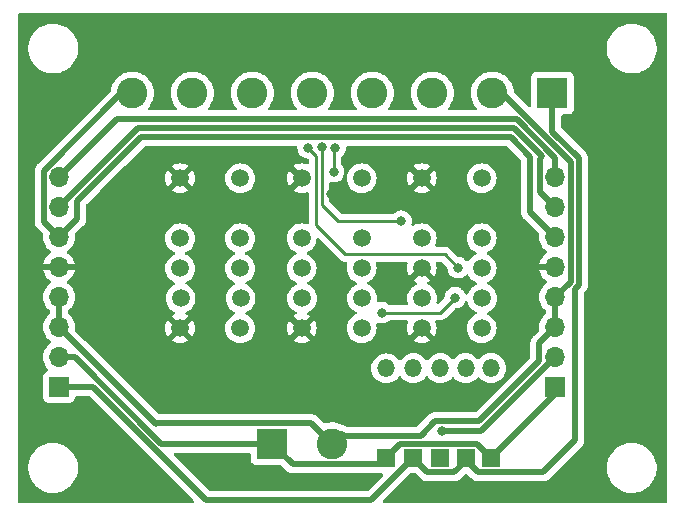
<source format=gbr>
%TF.GenerationSoftware,KiCad,Pcbnew,(6.0.4)*%
%TF.CreationDate,2023-03-20T20:43:09+01:00*%
%TF.ProjectId,analogBlockModule,616e616c-6f67-4426-9c6f-636b4d6f6475,rev?*%
%TF.SameCoordinates,Original*%
%TF.FileFunction,Copper,L2,Bot*%
%TF.FilePolarity,Positive*%
%FSLAX46Y46*%
G04 Gerber Fmt 4.6, Leading zero omitted, Abs format (unit mm)*
G04 Created by KiCad (PCBNEW (6.0.4)) date 2023-03-20 20:43:09*
%MOMM*%
%LPD*%
G01*
G04 APERTURE LIST*
%TA.AperFunction,ComponentPad*%
%ADD10R,2.600000X2.600000*%
%TD*%
%TA.AperFunction,ComponentPad*%
%ADD11C,2.600000*%
%TD*%
%TA.AperFunction,ComponentPad*%
%ADD12R,1.500000X1.500000*%
%TD*%
%TA.AperFunction,ComponentPad*%
%ADD13O,1.500000X1.500000*%
%TD*%
%TA.AperFunction,ComponentPad*%
%ADD14C,1.500000*%
%TD*%
%TA.AperFunction,ComponentPad*%
%ADD15R,1.700000X1.700000*%
%TD*%
%TA.AperFunction,ComponentPad*%
%ADD16O,1.700000X1.700000*%
%TD*%
%TA.AperFunction,ViaPad*%
%ADD17C,0.800000*%
%TD*%
%TA.AperFunction,Conductor*%
%ADD18C,0.500000*%
%TD*%
%TA.AperFunction,Conductor*%
%ADD19C,0.250000*%
%TD*%
G04 APERTURE END LIST*
D10*
%TO.P,J2,1,Pin_1*%
%TO.N,/downLine1*%
X161280000Y-83769000D03*
D11*
%TO.P,J2,2,Pin_2*%
%TO.N,/V-*%
X156200000Y-83769000D03*
%TO.P,J2,3,Pin_3*%
%TO.N,/redSignal*%
X151120000Y-83769000D03*
%TO.P,J2,4,Pin_4*%
%TO.N,/yellowSignal*%
X146040000Y-83769000D03*
%TO.P,J2,5,Pin_5*%
%TO.N,/greenSignal*%
X140960000Y-83769000D03*
%TO.P,J2,6,Pin_6*%
%TO.N,/stop*%
X135880000Y-83769000D03*
%TO.P,J2,7,Pin_7*%
%TO.N,/approach*%
X130800000Y-83769000D03*
%TO.P,J2,8,Pin_8*%
%TO.N,/leftTrack*%
X125720000Y-83769000D03*
%TD*%
D12*
%TO.P,D1,1,K*%
%TO.N,/downLine2*%
X147193000Y-114690000D03*
D13*
%TO.P,D1,2,A*%
%TO.N,Net-(D1-Pad2)*%
X147193000Y-107070000D03*
%TD*%
D14*
%TO.P,U1,1,Set+*%
%TO.N,/V+*%
X150197200Y-90977000D03*
%TO.P,U1,3,NC1*%
%TO.N,/greenSignal*%
X150197200Y-96057000D03*
%TO.P,U1,4,SW1*%
%TO.N,/V+*%
X150197200Y-98597000D03*
%TO.P,U1,5,NO1*%
%TO.N,Net-(U1-Pad5)*%
X150235200Y-101137000D03*
%TO.P,U1,6,Reset+*%
%TO.N,/V+*%
X150197200Y-103677000D03*
%TO.P,U1,7,Reset-*%
%TO.N,Net-(D6-Pad2)*%
X155277200Y-103677000D03*
%TO.P,U1,8,NO2*%
%TO.N,Net-(U1-Pad8)*%
X155315200Y-101137000D03*
%TO.P,U1,9,SW2*%
%TO.N,/stop*%
X155277200Y-98597000D03*
%TO.P,U1,10,NC2*%
%TO.N,/PWM_FAST*%
X155277200Y-96057000D03*
%TO.P,U1,12,Set-*%
%TO.N,Net-(D7-Pad2)*%
X155277200Y-90977000D03*
%TD*%
D15*
%TO.P,J1,1,Pin_1*%
%TO.N,/downLine1*%
X119500000Y-108660000D03*
D16*
%TO.P,J1,2,Pin_2*%
%TO.N,/downLine2*%
X119500000Y-106120000D03*
%TO.P,J1,3,Pin_3*%
%TO.N,/V-*%
X119500000Y-103580000D03*
%TO.P,J1,4,Pin_4*%
X119500000Y-101040000D03*
%TO.P,J1,5,Pin_5*%
%TO.N,/V+*%
X119500000Y-98500000D03*
%TO.P,J1,6,Pin_6*%
%TO.N,/leftTrack*%
X119500000Y-95960000D03*
%TO.P,J1,7,Pin_7*%
%TO.N,/PWM_SLOW*%
X119500000Y-93420000D03*
%TO.P,J1,8,Pin_8*%
%TO.N,/PWM_FAST*%
X119500000Y-90880000D03*
%TD*%
D12*
%TO.P,D5,1,K*%
%TO.N,/downLine1*%
X149479000Y-114681000D03*
D13*
%TO.P,D5,2,A*%
%TO.N,Net-(D5-Pad2)*%
X149479000Y-107061000D03*
%TD*%
D15*
%TO.P,J4,1,Pin_1*%
%TO.N,/downLine2*%
X161500000Y-108660000D03*
D16*
%TO.P,J4,2,Pin_2*%
%TO.N,/upLine2*%
X161500000Y-106120000D03*
%TO.P,J4,3,Pin_3*%
%TO.N,/V-*%
X161500000Y-103580000D03*
%TO.P,J4,4,Pin_4*%
X161500000Y-101040000D03*
%TO.P,J4,5,Pin_5*%
%TO.N,/V+*%
X161500000Y-98500000D03*
%TO.P,J4,6,Pin_6*%
%TO.N,/leftTrack*%
X161500000Y-95960000D03*
%TO.P,J4,7,Pin_7*%
%TO.N,/PWM_SLOW*%
X161500000Y-93420000D03*
%TO.P,J4,8,Pin_8*%
%TO.N,/PWM_FAST*%
X161500000Y-90880000D03*
%TD*%
D12*
%TO.P,D6,1,K*%
%TO.N,/upLine2*%
X151765000Y-114681000D03*
D13*
%TO.P,D6,2,A*%
%TO.N,Net-(D6-Pad2)*%
X151765000Y-107061000D03*
%TD*%
D12*
%TO.P,D7,1,K*%
%TO.N,/downLine1*%
X153924000Y-114676000D03*
D13*
%TO.P,D7,2,A*%
%TO.N,Net-(D7-Pad2)*%
X153924000Y-107056000D03*
%TD*%
D12*
%TO.P,D8,1,K*%
%TO.N,/downLine2*%
X156072000Y-114676000D03*
D13*
%TO.P,D8,2,A*%
%TO.N,Net-(D7-Pad2)*%
X156072000Y-107056000D03*
%TD*%
D10*
%TO.P,J3,1,Pin_1*%
%TO.N,/downLine2*%
X137536000Y-113462000D03*
D11*
%TO.P,J3,2,Pin_2*%
%TO.N,/V-*%
X142616000Y-113462000D03*
%TD*%
D14*
%TO.P,U3,1,Set+*%
%TO.N,/V+*%
X140037200Y-90977000D03*
%TO.P,U3,3,NC1*%
%TO.N,/PWM_SLOW*%
X140037200Y-96057000D03*
%TO.P,U3,4,SW1*%
%TO.N,Net-(U1-Pad8)*%
X140037200Y-98597000D03*
%TO.P,U3,5,NO1*%
%TO.N,/OFF*%
X140075200Y-101137000D03*
%TO.P,U3,6,Reset+*%
%TO.N,/V+*%
X140037200Y-103677000D03*
%TO.P,U3,7,Reset-*%
%TO.N,Net-(D1-Pad2)*%
X145117200Y-103677000D03*
%TO.P,U3,8,NO2*%
%TO.N,/redSignal*%
X145155200Y-101137000D03*
%TO.P,U3,9,SW2*%
%TO.N,Net-(U1-Pad5)*%
X145117200Y-98597000D03*
%TO.P,U3,10,NC2*%
%TO.N,/yellowSignal*%
X145117200Y-96057000D03*
%TO.P,U3,12,Set-*%
%TO.N,Net-(D5-Pad2)*%
X145117200Y-90977000D03*
%TD*%
%TO.P,U2,1,Set+*%
%TO.N,/V+*%
X129750200Y-90977000D03*
%TO.P,U2,3,NC1*%
%TO.N,/PWM_FAST*%
X129750200Y-96057000D03*
%TO.P,U2,4,SW1*%
%TO.N,/approach*%
X129750200Y-98597000D03*
%TO.P,U2,5,NO1*%
%TO.N,/PWM_SLOW*%
X129788200Y-101137000D03*
%TO.P,U2,6,Reset+*%
%TO.N,/V+*%
X129750200Y-103677000D03*
%TO.P,U2,7,Reset-*%
%TO.N,Net-(D1-Pad2)*%
X134830200Y-103677000D03*
%TO.P,U2,8,NO2*%
%TO.N,unconnected-(U2-Pad8)*%
X134868200Y-101137000D03*
%TO.P,U2,9,SW2*%
%TO.N,unconnected-(U2-Pad9)*%
X134830200Y-98597000D03*
%TO.P,U2,10,NC2*%
%TO.N,unconnected-(U2-Pad10)*%
X134830200Y-96057000D03*
%TO.P,U2,12,Set-*%
%TO.N,Net-(D5-Pad2)*%
X134830200Y-90977000D03*
%TD*%
D17*
%TO.N,/upLine2*%
X151892000Y-112395000D03*
%TO.N,/V+*%
X149352000Y-110363000D03*
X126873000Y-92837000D03*
X158750000Y-104521000D03*
X123952000Y-103251000D03*
X138303000Y-80264000D03*
X142494000Y-92329000D03*
X119253000Y-111252000D03*
X150368000Y-117729000D03*
X141986000Y-102997000D03*
X167386000Y-105918000D03*
X125730000Y-97536000D03*
X160782000Y-80010000D03*
X153543000Y-84328000D03*
X135255000Y-107061000D03*
X132588000Y-94742000D03*
X168402000Y-87630000D03*
X142113000Y-98171000D03*
X137668000Y-93472000D03*
X128016000Y-80645000D03*
X158877000Y-99187000D03*
X154051000Y-80010000D03*
X151511000Y-99822000D03*
X132461000Y-89154000D03*
X144399000Y-106553000D03*
X153035000Y-89154000D03*
X132588000Y-102108000D03*
X133096000Y-115316000D03*
X124968000Y-115697000D03*
X147320000Y-110617000D03*
X153035000Y-91186000D03*
X167386000Y-98171000D03*
X119761000Y-84836000D03*
X131826000Y-106172000D03*
X162433000Y-117348000D03*
%TO.N,/stop*%
X153289000Y-98552000D03*
X140589000Y-88392000D03*
%TO.N,/greenSignal*%
X148463000Y-94615000D03*
X141732000Y-88352500D03*
%TO.N,/redSignal*%
X142875000Y-88392000D03*
X142748000Y-90424000D03*
%TO.N,Net-(U1-Pad8)*%
X153035000Y-101092000D03*
X146812000Y-102362000D03*
%TD*%
D18*
%TO.N,/downLine2*%
X146671489Y-115211511D02*
X147193000Y-114690000D01*
X148406511Y-113476489D02*
X154872489Y-113476489D01*
X137536000Y-113462000D02*
X139285511Y-115211511D01*
X147193000Y-114690000D02*
X148406511Y-113476489D01*
X119500000Y-106120000D02*
X120852000Y-106120000D01*
X120852000Y-106120000D02*
X120852000Y-106146730D01*
X128167270Y-113462000D02*
X137536000Y-113462000D01*
X139285511Y-115211511D02*
X146671489Y-115211511D01*
X161500000Y-109248000D02*
X161500000Y-108660000D01*
X154872489Y-113476489D02*
X156072000Y-114676000D01*
X120852000Y-106146730D02*
X128167270Y-113462000D01*
X156072000Y-114676000D02*
X161500000Y-109248000D01*
%TO.N,/downLine1*%
X131953000Y-118237000D02*
X145923000Y-118237000D01*
X163195000Y-100334270D02*
X163195000Y-113157000D01*
X160476489Y-115875511D02*
X154996511Y-115875511D01*
X122376000Y-108660000D02*
X131953000Y-118237000D01*
X153797000Y-115048022D02*
X153797000Y-114676000D01*
X149479000Y-114681000D02*
X150678511Y-115880511D01*
X152964511Y-115880511D02*
X153797000Y-115048022D01*
X150678511Y-115880511D02*
X152964511Y-115880511D01*
X163195000Y-113157000D02*
X160476489Y-115875511D01*
X119500000Y-108660000D02*
X122376000Y-108660000D01*
X163513520Y-89271980D02*
X163513520Y-100015750D01*
X161280000Y-87038460D02*
X163513520Y-89271980D01*
X145923000Y-118237000D02*
X149479000Y-114681000D01*
X154996511Y-115875511D02*
X153797000Y-114676000D01*
X161280000Y-83769000D02*
X161280000Y-87038460D01*
X163513520Y-100015750D02*
X163195000Y-100334270D01*
%TO.N,/upLine2*%
X161500000Y-106120000D02*
X155225000Y-112395000D01*
X155225000Y-112395000D02*
X151892000Y-112395000D01*
%TO.N,/V-*%
X156200000Y-83769000D02*
X157021270Y-83769000D01*
X127680000Y-111760000D02*
X127727511Y-111712489D01*
X119500000Y-103580000D02*
X127680000Y-111760000D01*
X161500000Y-103580000D02*
X161500000Y-101040000D01*
X151344511Y-111545489D02*
X155085241Y-111545489D01*
X160175865Y-104904135D02*
X161500000Y-103580000D01*
X160175865Y-106454865D02*
X160175865Y-104904135D01*
X140866489Y-111712489D02*
X142616000Y-113462000D01*
X143556969Y-112776969D02*
X150113031Y-112776969D01*
X155085241Y-111545489D02*
X160175865Y-106454865D01*
X119500000Y-101040000D02*
X119500000Y-103580000D01*
X142616000Y-113462000D02*
X143429000Y-112649000D01*
X157021270Y-83769000D02*
X162814000Y-89561730D01*
X127727511Y-111712489D02*
X140866489Y-111712489D01*
X162814000Y-99726000D02*
X161500000Y-101040000D01*
X143429000Y-112649000D02*
X143556969Y-112776969D01*
X150113031Y-112776969D02*
X151344511Y-111545489D01*
X162814000Y-89561730D02*
X162814000Y-99726000D01*
%TO.N,/leftTrack*%
X118200489Y-90341724D02*
X124773213Y-83769000D01*
X157734000Y-87503000D02*
X159385000Y-89154000D01*
X124773213Y-83769000D02*
X125720000Y-83769000D01*
X119500000Y-95960000D02*
X121031000Y-94429000D01*
X159385000Y-93845000D02*
X161500000Y-95960000D01*
X126406270Y-87503000D02*
X157734000Y-87503000D01*
X159385000Y-89154000D02*
X159385000Y-93845000D01*
X118200489Y-94660489D02*
X118200489Y-90341724D01*
X119500000Y-95960000D02*
X118200489Y-94660489D01*
X121031000Y-92878270D02*
X126406270Y-87503000D01*
X121031000Y-94429000D02*
X121031000Y-92878270D01*
%TO.N,/PWM_SLOW*%
X158014730Y-86741000D02*
X160401000Y-89127270D01*
X119500000Y-93420000D02*
X126179000Y-86741000D01*
X126179000Y-86741000D02*
X158014730Y-86741000D01*
X160401000Y-89127270D02*
X160200489Y-89327781D01*
X160200489Y-92120489D02*
X161500000Y-93420000D01*
X160200489Y-89327781D02*
X160200489Y-92120489D01*
%TO.N,/PWM_FAST*%
X161500000Y-90880000D02*
X161500000Y-89237000D01*
X158242000Y-85979000D02*
X124401000Y-85979000D01*
X161500000Y-89237000D02*
X158242000Y-85979000D01*
X124401000Y-85979000D02*
X119500000Y-90880000D01*
D19*
%TO.N,/stop*%
X141282480Y-89085480D02*
X141282480Y-94937520D01*
X152019000Y-97409000D02*
X152146000Y-97409000D01*
X143626960Y-97282000D02*
X143753960Y-97409000D01*
X143753960Y-97409000D02*
X152019000Y-97409000D01*
X143499960Y-97155000D02*
X143626960Y-97282000D01*
X141282480Y-94937520D02*
X143499960Y-97155000D01*
X152146000Y-97409000D02*
X153289000Y-98552000D01*
X140589000Y-88392000D02*
X141282480Y-89085480D01*
%TO.N,/greenSignal*%
X141732000Y-93218000D02*
X141732000Y-90424000D01*
X143129000Y-94615000D02*
X141859000Y-93345000D01*
X141732000Y-90424000D02*
X141732000Y-88352500D01*
X148463000Y-94615000D02*
X143129000Y-94615000D01*
X141859000Y-93345000D02*
X141732000Y-93218000D01*
%TO.N,/redSignal*%
X142748000Y-90424000D02*
X142748000Y-88519000D01*
X142748000Y-88519000D02*
X142875000Y-88392000D01*
%TO.N,Net-(U1-Pad8)*%
X146812000Y-102362000D02*
X151765000Y-102362000D01*
X151765000Y-102362000D02*
X153035000Y-101092000D01*
%TD*%
%TA.AperFunction,Conductor*%
%TO.N,/V+*%
G36*
X170933621Y-77028502D02*
G01*
X170980114Y-77082158D01*
X170991500Y-77134500D01*
X170991500Y-118365500D01*
X170971498Y-118433621D01*
X170917842Y-118480114D01*
X170865500Y-118491500D01*
X147045371Y-118491500D01*
X146977250Y-118471498D01*
X146930757Y-118417842D01*
X146920653Y-118347568D01*
X146950147Y-118282988D01*
X146956276Y-118276405D01*
X149256276Y-115976405D01*
X149318588Y-115942379D01*
X149345371Y-115939500D01*
X149612629Y-115939500D01*
X149680750Y-115959502D01*
X149701724Y-115976405D01*
X150094741Y-116369422D01*
X150107127Y-116383834D01*
X150115660Y-116395429D01*
X150115665Y-116395434D01*
X150120003Y-116401329D01*
X150125581Y-116406068D01*
X150125584Y-116406071D01*
X150160279Y-116435546D01*
X150167795Y-116442476D01*
X150173491Y-116448172D01*
X150176352Y-116450435D01*
X150176357Y-116450440D01*
X150195777Y-116465804D01*
X150199178Y-116468593D01*
X150254796Y-116515844D01*
X150261309Y-116519170D01*
X150266348Y-116522531D01*
X150271490Y-116525707D01*
X150277227Y-116530245D01*
X150343386Y-116561166D01*
X150347280Y-116563069D01*
X150412319Y-116596280D01*
X150419428Y-116598019D01*
X150425062Y-116600115D01*
X150430832Y-116602034D01*
X150437461Y-116605133D01*
X150444624Y-116606623D01*
X150444627Y-116606624D01*
X150487036Y-116615445D01*
X150508946Y-116620002D01*
X150513212Y-116620968D01*
X150584121Y-116638319D01*
X150589723Y-116638667D01*
X150589726Y-116638667D01*
X150595275Y-116639011D01*
X150595273Y-116639046D01*
X150599245Y-116639286D01*
X150603466Y-116639663D01*
X150610626Y-116641152D01*
X150688053Y-116639057D01*
X150691461Y-116639011D01*
X152897441Y-116639011D01*
X152916391Y-116640444D01*
X152930626Y-116642610D01*
X152930630Y-116642610D01*
X152937860Y-116643710D01*
X152945152Y-116643117D01*
X152945155Y-116643117D01*
X152990529Y-116639426D01*
X153000744Y-116639011D01*
X153008804Y-116639011D01*
X153026191Y-116636984D01*
X153037018Y-116635722D01*
X153041393Y-116635289D01*
X153106850Y-116629965D01*
X153106853Y-116629964D01*
X153114148Y-116629371D01*
X153121112Y-116627115D01*
X153127071Y-116625924D01*
X153132926Y-116624540D01*
X153140192Y-116623693D01*
X153208838Y-116598776D01*
X153212966Y-116597359D01*
X153275447Y-116577118D01*
X153275449Y-116577117D01*
X153282410Y-116574862D01*
X153288665Y-116571066D01*
X153294139Y-116568560D01*
X153299569Y-116565841D01*
X153306448Y-116563344D01*
X153320195Y-116554331D01*
X153367487Y-116523325D01*
X153371191Y-116520988D01*
X153433618Y-116483106D01*
X153441995Y-116475708D01*
X153442019Y-116475735D01*
X153445011Y-116473082D01*
X153448244Y-116470379D01*
X153454363Y-116466367D01*
X153507639Y-116410128D01*
X153510017Y-116407686D01*
X153893916Y-116023787D01*
X153956228Y-115989761D01*
X154027043Y-115994826D01*
X154072106Y-116023787D01*
X154412741Y-116364422D01*
X154425127Y-116378834D01*
X154433660Y-116390429D01*
X154433665Y-116390434D01*
X154438003Y-116396329D01*
X154443581Y-116401068D01*
X154443584Y-116401071D01*
X154478279Y-116430546D01*
X154485795Y-116437476D01*
X154491491Y-116443172D01*
X154494352Y-116445435D01*
X154494357Y-116445440D01*
X154513777Y-116460804D01*
X154517178Y-116463593D01*
X154572796Y-116510844D01*
X154579309Y-116514170D01*
X154584348Y-116517531D01*
X154589490Y-116520707D01*
X154595227Y-116525245D01*
X154661386Y-116556166D01*
X154665280Y-116558069D01*
X154730319Y-116591280D01*
X154737428Y-116593019D01*
X154743062Y-116595115D01*
X154748832Y-116597034D01*
X154755461Y-116600133D01*
X154762624Y-116601623D01*
X154762627Y-116601624D01*
X154813341Y-116612172D01*
X154826946Y-116615002D01*
X154831212Y-116615968D01*
X154902121Y-116633319D01*
X154907723Y-116633667D01*
X154907726Y-116633667D01*
X154913275Y-116634011D01*
X154913273Y-116634046D01*
X154917245Y-116634286D01*
X154921466Y-116634663D01*
X154928626Y-116636152D01*
X155006053Y-116634057D01*
X155009461Y-116634011D01*
X160409419Y-116634011D01*
X160428369Y-116635444D01*
X160442604Y-116637610D01*
X160442608Y-116637610D01*
X160449838Y-116638710D01*
X160457130Y-116638117D01*
X160457133Y-116638117D01*
X160502507Y-116634426D01*
X160512722Y-116634011D01*
X160520782Y-116634011D01*
X160538169Y-116631984D01*
X160548996Y-116630722D01*
X160553371Y-116630289D01*
X160618828Y-116624965D01*
X160618831Y-116624964D01*
X160626126Y-116624371D01*
X160633090Y-116622115D01*
X160639049Y-116620924D01*
X160644904Y-116619540D01*
X160652170Y-116618693D01*
X160720816Y-116593776D01*
X160724944Y-116592359D01*
X160787425Y-116572118D01*
X160787427Y-116572117D01*
X160794388Y-116569862D01*
X160800643Y-116566066D01*
X160806117Y-116563560D01*
X160811547Y-116560841D01*
X160818426Y-116558344D01*
X160861284Y-116530245D01*
X160879465Y-116518325D01*
X160883169Y-116515988D01*
X160945596Y-116478106D01*
X160953973Y-116470708D01*
X160953997Y-116470735D01*
X160956989Y-116468082D01*
X160960222Y-116465379D01*
X160966341Y-116461367D01*
X161019617Y-116405128D01*
X161021995Y-116402686D01*
X161791978Y-115632703D01*
X165890743Y-115632703D01*
X165928268Y-115917734D01*
X165929401Y-115921874D01*
X165929401Y-115921876D01*
X165947972Y-115989761D01*
X166004129Y-116195036D01*
X166005813Y-116198984D01*
X166113069Y-116450440D01*
X166116923Y-116459476D01*
X166182988Y-116569862D01*
X166224373Y-116639011D01*
X166264561Y-116706161D01*
X166444313Y-116930528D01*
X166652851Y-117128423D01*
X166886317Y-117296186D01*
X166890112Y-117298195D01*
X166890113Y-117298196D01*
X166911869Y-117309715D01*
X167140392Y-117430712D01*
X167410373Y-117529511D01*
X167691264Y-117590755D01*
X167719841Y-117593004D01*
X167914282Y-117608307D01*
X167914291Y-117608307D01*
X167916739Y-117608500D01*
X168072271Y-117608500D01*
X168074407Y-117608354D01*
X168074418Y-117608354D01*
X168282548Y-117594165D01*
X168282554Y-117594164D01*
X168286825Y-117593873D01*
X168291020Y-117593004D01*
X168291022Y-117593004D01*
X168427584Y-117564723D01*
X168568342Y-117535574D01*
X168839343Y-117439607D01*
X169094812Y-117307750D01*
X169098313Y-117305289D01*
X169098317Y-117305287D01*
X169212417Y-117225096D01*
X169330023Y-117142441D01*
X169540622Y-116946740D01*
X169722713Y-116724268D01*
X169872927Y-116479142D01*
X169875014Y-116474389D01*
X169986757Y-116219830D01*
X169988483Y-116215898D01*
X170004065Y-116161199D01*
X170052900Y-115989761D01*
X170067244Y-115939406D01*
X170107751Y-115654784D01*
X170107845Y-115636951D01*
X170109235Y-115371583D01*
X170109235Y-115371576D01*
X170109257Y-115367297D01*
X170096514Y-115270500D01*
X170072292Y-115086522D01*
X170071732Y-115082266D01*
X169995871Y-114804964D01*
X169883077Y-114540524D01*
X169744560Y-114309079D01*
X169737643Y-114297521D01*
X169737640Y-114297517D01*
X169735439Y-114293839D01*
X169555687Y-114069472D01*
X169368529Y-113891866D01*
X169350258Y-113874527D01*
X169350255Y-113874525D01*
X169347149Y-113871577D01*
X169113683Y-113703814D01*
X169091843Y-113692250D01*
X169029307Y-113659139D01*
X168859608Y-113569288D01*
X168589627Y-113470489D01*
X168308736Y-113409245D01*
X168277685Y-113406801D01*
X168085718Y-113391693D01*
X168085709Y-113391693D01*
X168083261Y-113391500D01*
X167927729Y-113391500D01*
X167925593Y-113391646D01*
X167925582Y-113391646D01*
X167717452Y-113405835D01*
X167717446Y-113405836D01*
X167713175Y-113406127D01*
X167708980Y-113406996D01*
X167708978Y-113406996D01*
X167599296Y-113429710D01*
X167431658Y-113464426D01*
X167160657Y-113560393D01*
X167156848Y-113562359D01*
X166930083Y-113679401D01*
X166905188Y-113692250D01*
X166901687Y-113694711D01*
X166901683Y-113694713D01*
X166836151Y-113740770D01*
X166669977Y-113857559D01*
X166459378Y-114053260D01*
X166277287Y-114275732D01*
X166127073Y-114520858D01*
X166011517Y-114784102D01*
X166010342Y-114788229D01*
X166010341Y-114788230D01*
X165984281Y-114879715D01*
X165932756Y-115060594D01*
X165892249Y-115345216D01*
X165892227Y-115349505D01*
X165892226Y-115349512D01*
X165890765Y-115628417D01*
X165890743Y-115632703D01*
X161791978Y-115632703D01*
X163683911Y-113740770D01*
X163698323Y-113728384D01*
X163709918Y-113719851D01*
X163709923Y-113719846D01*
X163715818Y-113715508D01*
X163720557Y-113709930D01*
X163720560Y-113709927D01*
X163750035Y-113675232D01*
X163756965Y-113667716D01*
X163762660Y-113662021D01*
X163780281Y-113639749D01*
X163783072Y-113636345D01*
X163825591Y-113586297D01*
X163825592Y-113586295D01*
X163830333Y-113580715D01*
X163833661Y-113574199D01*
X163837028Y-113569150D01*
X163840195Y-113564021D01*
X163844734Y-113558284D01*
X163875655Y-113492125D01*
X163877561Y-113488225D01*
X163910769Y-113423192D01*
X163912508Y-113416084D01*
X163914607Y-113410441D01*
X163916524Y-113404678D01*
X163919622Y-113398050D01*
X163934487Y-113326583D01*
X163935457Y-113322299D01*
X163951473Y-113256845D01*
X163952808Y-113251390D01*
X163953500Y-113240236D01*
X163953536Y-113240238D01*
X163953775Y-113236245D01*
X163954149Y-113232053D01*
X163955640Y-113224885D01*
X163953546Y-113147479D01*
X163953500Y-113144072D01*
X163953500Y-100700641D01*
X163973502Y-100632520D01*
X163990405Y-100611546D01*
X164002431Y-100599520D01*
X164016843Y-100587134D01*
X164028438Y-100578601D01*
X164028443Y-100578596D01*
X164034338Y-100574258D01*
X164039077Y-100568680D01*
X164039080Y-100568677D01*
X164068555Y-100533982D01*
X164075485Y-100526466D01*
X164081180Y-100520771D01*
X164098801Y-100498499D01*
X164101592Y-100495095D01*
X164144111Y-100445047D01*
X164144112Y-100445045D01*
X164148853Y-100439465D01*
X164152181Y-100432949D01*
X164155548Y-100427900D01*
X164158715Y-100422771D01*
X164163254Y-100417034D01*
X164194175Y-100350875D01*
X164196081Y-100346975D01*
X164205018Y-100329473D01*
X164229289Y-100281942D01*
X164231028Y-100274834D01*
X164233127Y-100269191D01*
X164235044Y-100263428D01*
X164238142Y-100256800D01*
X164253007Y-100185333D01*
X164253977Y-100181049D01*
X164269993Y-100115595D01*
X164271328Y-100110140D01*
X164272020Y-100098986D01*
X164272056Y-100098988D01*
X164272295Y-100094995D01*
X164272669Y-100090803D01*
X164274160Y-100083635D01*
X164272066Y-100006229D01*
X164272020Y-100002822D01*
X164272020Y-89339049D01*
X164273453Y-89320098D01*
X164275619Y-89305863D01*
X164275619Y-89305861D01*
X164276719Y-89298631D01*
X164273642Y-89260794D01*
X164272435Y-89245962D01*
X164272020Y-89235747D01*
X164272020Y-89227687D01*
X164268731Y-89199473D01*
X164268298Y-89195098D01*
X164262974Y-89129641D01*
X164262973Y-89129638D01*
X164262380Y-89122343D01*
X164260124Y-89115379D01*
X164258933Y-89109420D01*
X164257549Y-89103565D01*
X164256702Y-89096299D01*
X164231785Y-89027653D01*
X164230368Y-89023525D01*
X164210127Y-88961044D01*
X164210126Y-88961042D01*
X164207871Y-88954081D01*
X164204075Y-88947826D01*
X164201569Y-88942352D01*
X164198850Y-88936922D01*
X164196353Y-88930043D01*
X164156329Y-88868996D01*
X164153992Y-88865292D01*
X164119029Y-88807673D01*
X164119025Y-88807668D01*
X164116115Y-88802872D01*
X164108717Y-88794496D01*
X164108743Y-88794473D01*
X164106094Y-88791483D01*
X164103386Y-88788244D01*
X164099376Y-88782128D01*
X164094069Y-88777101D01*
X164094066Y-88777097D01*
X164043137Y-88728852D01*
X164040695Y-88726474D01*
X162075405Y-86761184D01*
X162041379Y-86698872D01*
X162038500Y-86672089D01*
X162038500Y-85703500D01*
X162058502Y-85635379D01*
X162112158Y-85588886D01*
X162164500Y-85577500D01*
X162628134Y-85577500D01*
X162690316Y-85570745D01*
X162826705Y-85519615D01*
X162943261Y-85432261D01*
X163030615Y-85315705D01*
X163081745Y-85179316D01*
X163088500Y-85117134D01*
X163088500Y-82420866D01*
X163081745Y-82358684D01*
X163030615Y-82222295D01*
X162943261Y-82105739D01*
X162826705Y-82018385D01*
X162690316Y-81967255D01*
X162628134Y-81960500D01*
X159931866Y-81960500D01*
X159869684Y-81967255D01*
X159733295Y-82018385D01*
X159616739Y-82105739D01*
X159529385Y-82222295D01*
X159478255Y-82358684D01*
X159471500Y-82420866D01*
X159471500Y-84842359D01*
X159451498Y-84910480D01*
X159397842Y-84956973D01*
X159327568Y-84967077D01*
X159262988Y-84937583D01*
X159256405Y-84931454D01*
X158040209Y-83715258D01*
X158006183Y-83652946D01*
X158003650Y-83635501D01*
X157993996Y-83505592D01*
X157993996Y-83505591D01*
X157993650Y-83500937D01*
X157934327Y-83238763D01*
X157836902Y-82988238D01*
X157703518Y-82754864D01*
X157537105Y-82543769D01*
X157341317Y-82359591D01*
X157143407Y-82222295D01*
X157124299Y-82209039D01*
X157124296Y-82209037D01*
X157120457Y-82206374D01*
X157116264Y-82204306D01*
X156883564Y-82089551D01*
X156883561Y-82089550D01*
X156879376Y-82087486D01*
X156831745Y-82072239D01*
X156719917Y-82036443D01*
X156623370Y-82005538D01*
X156618763Y-82004788D01*
X156618760Y-82004787D01*
X156405337Y-81970029D01*
X156358063Y-81962330D01*
X156227719Y-81960624D01*
X156093961Y-81958873D01*
X156093958Y-81958873D01*
X156089284Y-81958812D01*
X155822937Y-81995060D01*
X155564874Y-82070278D01*
X155560621Y-82072238D01*
X155560620Y-82072239D01*
X155520456Y-82090755D01*
X155320763Y-82182815D01*
X155316854Y-82185378D01*
X155099881Y-82327631D01*
X155099876Y-82327635D01*
X155095968Y-82330197D01*
X154895426Y-82509188D01*
X154723544Y-82715854D01*
X154584096Y-82945656D01*
X154480148Y-83193545D01*
X154413981Y-83454077D01*
X154387050Y-83721526D01*
X154399947Y-83990019D01*
X154452388Y-84253656D01*
X154543220Y-84506646D01*
X154670450Y-84743431D01*
X154673241Y-84747168D01*
X154673245Y-84747175D01*
X154744323Y-84842359D01*
X154831281Y-84958810D01*
X154834590Y-84962090D01*
X154834595Y-84962096D01*
X154877893Y-85005017D01*
X154912189Y-85067180D01*
X154907434Y-85138017D01*
X154865135Y-85195038D01*
X154798724Y-85220139D01*
X154789187Y-85220500D01*
X152530701Y-85220500D01*
X152462580Y-85200498D01*
X152416087Y-85146842D01*
X152405983Y-85076568D01*
X152435969Y-85011423D01*
X152565301Y-84863947D01*
X152568382Y-84860434D01*
X152580009Y-84842359D01*
X152711269Y-84638291D01*
X152713797Y-84634361D01*
X152824199Y-84389278D01*
X152861209Y-84258051D01*
X152895893Y-84135072D01*
X152895894Y-84135069D01*
X152897163Y-84130568D01*
X152915043Y-83990019D01*
X152930688Y-83867045D01*
X152930688Y-83867041D01*
X152931086Y-83863915D01*
X152933571Y-83769000D01*
X152927118Y-83682167D01*
X152913996Y-83505592D01*
X152913996Y-83505591D01*
X152913650Y-83500937D01*
X152854327Y-83238763D01*
X152756902Y-82988238D01*
X152623518Y-82754864D01*
X152457105Y-82543769D01*
X152261317Y-82359591D01*
X152063407Y-82222295D01*
X152044299Y-82209039D01*
X152044296Y-82209037D01*
X152040457Y-82206374D01*
X152036264Y-82204306D01*
X151803564Y-82089551D01*
X151803561Y-82089550D01*
X151799376Y-82087486D01*
X151751745Y-82072239D01*
X151639917Y-82036443D01*
X151543370Y-82005538D01*
X151538763Y-82004788D01*
X151538760Y-82004787D01*
X151325337Y-81970029D01*
X151278063Y-81962330D01*
X151147719Y-81960624D01*
X151013961Y-81958873D01*
X151013958Y-81958873D01*
X151009284Y-81958812D01*
X150742937Y-81995060D01*
X150484874Y-82070278D01*
X150480621Y-82072238D01*
X150480620Y-82072239D01*
X150440456Y-82090755D01*
X150240763Y-82182815D01*
X150236854Y-82185378D01*
X150019881Y-82327631D01*
X150019876Y-82327635D01*
X150015968Y-82330197D01*
X149815426Y-82509188D01*
X149643544Y-82715854D01*
X149504096Y-82945656D01*
X149400148Y-83193545D01*
X149333981Y-83454077D01*
X149307050Y-83721526D01*
X149319947Y-83990019D01*
X149372388Y-84253656D01*
X149463220Y-84506646D01*
X149590450Y-84743431D01*
X149593241Y-84747168D01*
X149593245Y-84747175D01*
X149664323Y-84842359D01*
X149751281Y-84958810D01*
X149754590Y-84962090D01*
X149754595Y-84962096D01*
X149797893Y-85005017D01*
X149832189Y-85067180D01*
X149827434Y-85138017D01*
X149785135Y-85195038D01*
X149718724Y-85220139D01*
X149709187Y-85220500D01*
X147450701Y-85220500D01*
X147382580Y-85200498D01*
X147336087Y-85146842D01*
X147325983Y-85076568D01*
X147355969Y-85011423D01*
X147485301Y-84863947D01*
X147488382Y-84860434D01*
X147500009Y-84842359D01*
X147631269Y-84638291D01*
X147633797Y-84634361D01*
X147744199Y-84389278D01*
X147781209Y-84258051D01*
X147815893Y-84135072D01*
X147815894Y-84135069D01*
X147817163Y-84130568D01*
X147835043Y-83990019D01*
X147850688Y-83867045D01*
X147850688Y-83867041D01*
X147851086Y-83863915D01*
X147853571Y-83769000D01*
X147847118Y-83682167D01*
X147833996Y-83505592D01*
X147833996Y-83505591D01*
X147833650Y-83500937D01*
X147774327Y-83238763D01*
X147676902Y-82988238D01*
X147543518Y-82754864D01*
X147377105Y-82543769D01*
X147181317Y-82359591D01*
X146983407Y-82222295D01*
X146964299Y-82209039D01*
X146964296Y-82209037D01*
X146960457Y-82206374D01*
X146956264Y-82204306D01*
X146723564Y-82089551D01*
X146723561Y-82089550D01*
X146719376Y-82087486D01*
X146671745Y-82072239D01*
X146559917Y-82036443D01*
X146463370Y-82005538D01*
X146458763Y-82004788D01*
X146458760Y-82004787D01*
X146245337Y-81970029D01*
X146198063Y-81962330D01*
X146067719Y-81960624D01*
X145933961Y-81958873D01*
X145933958Y-81958873D01*
X145929284Y-81958812D01*
X145662937Y-81995060D01*
X145404874Y-82070278D01*
X145400621Y-82072238D01*
X145400620Y-82072239D01*
X145360456Y-82090755D01*
X145160763Y-82182815D01*
X145156854Y-82185378D01*
X144939881Y-82327631D01*
X144939876Y-82327635D01*
X144935968Y-82330197D01*
X144735426Y-82509188D01*
X144563544Y-82715854D01*
X144424096Y-82945656D01*
X144320148Y-83193545D01*
X144253981Y-83454077D01*
X144227050Y-83721526D01*
X144239947Y-83990019D01*
X144292388Y-84253656D01*
X144383220Y-84506646D01*
X144510450Y-84743431D01*
X144513241Y-84747168D01*
X144513245Y-84747175D01*
X144584323Y-84842359D01*
X144671281Y-84958810D01*
X144674590Y-84962090D01*
X144674595Y-84962096D01*
X144717893Y-85005017D01*
X144752189Y-85067180D01*
X144747434Y-85138017D01*
X144705135Y-85195038D01*
X144638724Y-85220139D01*
X144629187Y-85220500D01*
X142370701Y-85220500D01*
X142302580Y-85200498D01*
X142256087Y-85146842D01*
X142245983Y-85076568D01*
X142275969Y-85011423D01*
X142405301Y-84863947D01*
X142408382Y-84860434D01*
X142420009Y-84842359D01*
X142551269Y-84638291D01*
X142553797Y-84634361D01*
X142664199Y-84389278D01*
X142701209Y-84258051D01*
X142735893Y-84135072D01*
X142735894Y-84135069D01*
X142737163Y-84130568D01*
X142755043Y-83990019D01*
X142770688Y-83867045D01*
X142770688Y-83867041D01*
X142771086Y-83863915D01*
X142773571Y-83769000D01*
X142767118Y-83682167D01*
X142753996Y-83505592D01*
X142753996Y-83505591D01*
X142753650Y-83500937D01*
X142694327Y-83238763D01*
X142596902Y-82988238D01*
X142463518Y-82754864D01*
X142297105Y-82543769D01*
X142101317Y-82359591D01*
X141903407Y-82222295D01*
X141884299Y-82209039D01*
X141884296Y-82209037D01*
X141880457Y-82206374D01*
X141876264Y-82204306D01*
X141643564Y-82089551D01*
X141643561Y-82089550D01*
X141639376Y-82087486D01*
X141591745Y-82072239D01*
X141479917Y-82036443D01*
X141383370Y-82005538D01*
X141378763Y-82004788D01*
X141378760Y-82004787D01*
X141165337Y-81970029D01*
X141118063Y-81962330D01*
X140987719Y-81960624D01*
X140853961Y-81958873D01*
X140853958Y-81958873D01*
X140849284Y-81958812D01*
X140582937Y-81995060D01*
X140324874Y-82070278D01*
X140320621Y-82072238D01*
X140320620Y-82072239D01*
X140280456Y-82090755D01*
X140080763Y-82182815D01*
X140076854Y-82185378D01*
X139859881Y-82327631D01*
X139859876Y-82327635D01*
X139855968Y-82330197D01*
X139655426Y-82509188D01*
X139483544Y-82715854D01*
X139344096Y-82945656D01*
X139240148Y-83193545D01*
X139173981Y-83454077D01*
X139147050Y-83721526D01*
X139159947Y-83990019D01*
X139212388Y-84253656D01*
X139303220Y-84506646D01*
X139430450Y-84743431D01*
X139433241Y-84747168D01*
X139433245Y-84747175D01*
X139504323Y-84842359D01*
X139591281Y-84958810D01*
X139594590Y-84962090D01*
X139594595Y-84962096D01*
X139637893Y-85005017D01*
X139672189Y-85067180D01*
X139667434Y-85138017D01*
X139625135Y-85195038D01*
X139558724Y-85220139D01*
X139549187Y-85220500D01*
X137290701Y-85220500D01*
X137222580Y-85200498D01*
X137176087Y-85146842D01*
X137165983Y-85076568D01*
X137195969Y-85011423D01*
X137325301Y-84863947D01*
X137328382Y-84860434D01*
X137340009Y-84842359D01*
X137471269Y-84638291D01*
X137473797Y-84634361D01*
X137584199Y-84389278D01*
X137621209Y-84258051D01*
X137655893Y-84135072D01*
X137655894Y-84135069D01*
X137657163Y-84130568D01*
X137675043Y-83990019D01*
X137690688Y-83867045D01*
X137690688Y-83867041D01*
X137691086Y-83863915D01*
X137693571Y-83769000D01*
X137687118Y-83682167D01*
X137673996Y-83505592D01*
X137673996Y-83505591D01*
X137673650Y-83500937D01*
X137614327Y-83238763D01*
X137516902Y-82988238D01*
X137383518Y-82754864D01*
X137217105Y-82543769D01*
X137021317Y-82359591D01*
X136823407Y-82222295D01*
X136804299Y-82209039D01*
X136804296Y-82209037D01*
X136800457Y-82206374D01*
X136796264Y-82204306D01*
X136563564Y-82089551D01*
X136563561Y-82089550D01*
X136559376Y-82087486D01*
X136511745Y-82072239D01*
X136399917Y-82036443D01*
X136303370Y-82005538D01*
X136298763Y-82004788D01*
X136298760Y-82004787D01*
X136085337Y-81970029D01*
X136038063Y-81962330D01*
X135907719Y-81960624D01*
X135773961Y-81958873D01*
X135773958Y-81958873D01*
X135769284Y-81958812D01*
X135502937Y-81995060D01*
X135244874Y-82070278D01*
X135240621Y-82072238D01*
X135240620Y-82072239D01*
X135200456Y-82090755D01*
X135000763Y-82182815D01*
X134996854Y-82185378D01*
X134779881Y-82327631D01*
X134779876Y-82327635D01*
X134775968Y-82330197D01*
X134575426Y-82509188D01*
X134403544Y-82715854D01*
X134264096Y-82945656D01*
X134160148Y-83193545D01*
X134093981Y-83454077D01*
X134067050Y-83721526D01*
X134079947Y-83990019D01*
X134132388Y-84253656D01*
X134223220Y-84506646D01*
X134350450Y-84743431D01*
X134353241Y-84747168D01*
X134353245Y-84747175D01*
X134424323Y-84842359D01*
X134511281Y-84958810D01*
X134514590Y-84962090D01*
X134514595Y-84962096D01*
X134557893Y-85005017D01*
X134592189Y-85067180D01*
X134587434Y-85138017D01*
X134545135Y-85195038D01*
X134478724Y-85220139D01*
X134469187Y-85220500D01*
X132210701Y-85220500D01*
X132142580Y-85200498D01*
X132096087Y-85146842D01*
X132085983Y-85076568D01*
X132115969Y-85011423D01*
X132245301Y-84863947D01*
X132248382Y-84860434D01*
X132260009Y-84842359D01*
X132391269Y-84638291D01*
X132393797Y-84634361D01*
X132504199Y-84389278D01*
X132541209Y-84258051D01*
X132575893Y-84135072D01*
X132575894Y-84135069D01*
X132577163Y-84130568D01*
X132595043Y-83990019D01*
X132610688Y-83867045D01*
X132610688Y-83867041D01*
X132611086Y-83863915D01*
X132613571Y-83769000D01*
X132607118Y-83682167D01*
X132593996Y-83505592D01*
X132593996Y-83505591D01*
X132593650Y-83500937D01*
X132534327Y-83238763D01*
X132436902Y-82988238D01*
X132303518Y-82754864D01*
X132137105Y-82543769D01*
X131941317Y-82359591D01*
X131743407Y-82222295D01*
X131724299Y-82209039D01*
X131724296Y-82209037D01*
X131720457Y-82206374D01*
X131716264Y-82204306D01*
X131483564Y-82089551D01*
X131483561Y-82089550D01*
X131479376Y-82087486D01*
X131431745Y-82072239D01*
X131319917Y-82036443D01*
X131223370Y-82005538D01*
X131218763Y-82004788D01*
X131218760Y-82004787D01*
X131005337Y-81970029D01*
X130958063Y-81962330D01*
X130827719Y-81960624D01*
X130693961Y-81958873D01*
X130693958Y-81958873D01*
X130689284Y-81958812D01*
X130422937Y-81995060D01*
X130164874Y-82070278D01*
X130160621Y-82072238D01*
X130160620Y-82072239D01*
X130120456Y-82090755D01*
X129920763Y-82182815D01*
X129916854Y-82185378D01*
X129699881Y-82327631D01*
X129699876Y-82327635D01*
X129695968Y-82330197D01*
X129495426Y-82509188D01*
X129323544Y-82715854D01*
X129184096Y-82945656D01*
X129080148Y-83193545D01*
X129013981Y-83454077D01*
X128987050Y-83721526D01*
X128999947Y-83990019D01*
X129052388Y-84253656D01*
X129143220Y-84506646D01*
X129270450Y-84743431D01*
X129273241Y-84747168D01*
X129273245Y-84747175D01*
X129344323Y-84842359D01*
X129431281Y-84958810D01*
X129434590Y-84962090D01*
X129434595Y-84962096D01*
X129477893Y-85005017D01*
X129512189Y-85067180D01*
X129507434Y-85138017D01*
X129465135Y-85195038D01*
X129398724Y-85220139D01*
X129389187Y-85220500D01*
X127130701Y-85220500D01*
X127062580Y-85200498D01*
X127016087Y-85146842D01*
X127005983Y-85076568D01*
X127035969Y-85011423D01*
X127165301Y-84863947D01*
X127168382Y-84860434D01*
X127180009Y-84842359D01*
X127311269Y-84638291D01*
X127313797Y-84634361D01*
X127424199Y-84389278D01*
X127461209Y-84258051D01*
X127495893Y-84135072D01*
X127495894Y-84135069D01*
X127497163Y-84130568D01*
X127515043Y-83990019D01*
X127530688Y-83867045D01*
X127530688Y-83867041D01*
X127531086Y-83863915D01*
X127533571Y-83769000D01*
X127527118Y-83682167D01*
X127513996Y-83505592D01*
X127513996Y-83505591D01*
X127513650Y-83500937D01*
X127454327Y-83238763D01*
X127356902Y-82988238D01*
X127223518Y-82754864D01*
X127057105Y-82543769D01*
X126861317Y-82359591D01*
X126663407Y-82222295D01*
X126644299Y-82209039D01*
X126644296Y-82209037D01*
X126640457Y-82206374D01*
X126636264Y-82204306D01*
X126403564Y-82089551D01*
X126403561Y-82089550D01*
X126399376Y-82087486D01*
X126351745Y-82072239D01*
X126239917Y-82036443D01*
X126143370Y-82005538D01*
X126138763Y-82004788D01*
X126138760Y-82004787D01*
X125925337Y-81970029D01*
X125878063Y-81962330D01*
X125747719Y-81960624D01*
X125613961Y-81958873D01*
X125613958Y-81958873D01*
X125609284Y-81958812D01*
X125342937Y-81995060D01*
X125084874Y-82070278D01*
X125080621Y-82072238D01*
X125080620Y-82072239D01*
X125040456Y-82090755D01*
X124840763Y-82182815D01*
X124836854Y-82185378D01*
X124619881Y-82327631D01*
X124619876Y-82327635D01*
X124615968Y-82330197D01*
X124415426Y-82509188D01*
X124243544Y-82715854D01*
X124104096Y-82945656D01*
X124000148Y-83193545D01*
X123933981Y-83454077D01*
X123933512Y-83458733D01*
X123933512Y-83458734D01*
X123929359Y-83499974D01*
X123902632Y-83565748D01*
X123893088Y-83576444D01*
X117711578Y-89757954D01*
X117697166Y-89770340D01*
X117685571Y-89778873D01*
X117685566Y-89778878D01*
X117679671Y-89783216D01*
X117674932Y-89788794D01*
X117674929Y-89788797D01*
X117645454Y-89823492D01*
X117638524Y-89831008D01*
X117632829Y-89836703D01*
X117630549Y-89839585D01*
X117615208Y-89858975D01*
X117612417Y-89862379D01*
X117569898Y-89912427D01*
X117565156Y-89918009D01*
X117561828Y-89924525D01*
X117558461Y-89929574D01*
X117555294Y-89934703D01*
X117550755Y-89940440D01*
X117519834Y-90006599D01*
X117517931Y-90010493D01*
X117484720Y-90075532D01*
X117482981Y-90082640D01*
X117480882Y-90088283D01*
X117478965Y-90094046D01*
X117475867Y-90100674D01*
X117474377Y-90107836D01*
X117474377Y-90107837D01*
X117461003Y-90172136D01*
X117460033Y-90176420D01*
X117442681Y-90247334D01*
X117441989Y-90258488D01*
X117441953Y-90258486D01*
X117441714Y-90262479D01*
X117441340Y-90266671D01*
X117439849Y-90273839D01*
X117440047Y-90281156D01*
X117441943Y-90351245D01*
X117441989Y-90354652D01*
X117441989Y-94593419D01*
X117440556Y-94612369D01*
X117437290Y-94633838D01*
X117437883Y-94641130D01*
X117437883Y-94641133D01*
X117441574Y-94686507D01*
X117441989Y-94696722D01*
X117441989Y-94704782D01*
X117442414Y-94708426D01*
X117445278Y-94732996D01*
X117445711Y-94737371D01*
X117447892Y-94764177D01*
X117451629Y-94810126D01*
X117453885Y-94817090D01*
X117455076Y-94823049D01*
X117456460Y-94828904D01*
X117457307Y-94836170D01*
X117482224Y-94904816D01*
X117483641Y-94908944D01*
X117502158Y-94966101D01*
X117506138Y-94978388D01*
X117509934Y-94984643D01*
X117512440Y-94990117D01*
X117515159Y-94995547D01*
X117517656Y-95002426D01*
X117521669Y-95008546D01*
X117521669Y-95008547D01*
X117557675Y-95063465D01*
X117560012Y-95067169D01*
X117597894Y-95129596D01*
X117601610Y-95133804D01*
X117601611Y-95133805D01*
X117605292Y-95137973D01*
X117605265Y-95137997D01*
X117607918Y-95140989D01*
X117610621Y-95144222D01*
X117614633Y-95150341D01*
X117653743Y-95187390D01*
X117670872Y-95203617D01*
X117673314Y-95205995D01*
X118119449Y-95652130D01*
X118153475Y-95714442D01*
X118155641Y-95754613D01*
X118137251Y-95926695D01*
X118137548Y-95931848D01*
X118137548Y-95931851D01*
X118149812Y-96144547D01*
X118150110Y-96149715D01*
X118151247Y-96154761D01*
X118151248Y-96154767D01*
X118171119Y-96242939D01*
X118199222Y-96367639D01*
X118283266Y-96574616D01*
X118285965Y-96579020D01*
X118379254Y-96731254D01*
X118399987Y-96765088D01*
X118546250Y-96933938D01*
X118718126Y-97076632D01*
X118791955Y-97119774D01*
X118840679Y-97171412D01*
X118853750Y-97241195D01*
X118827019Y-97306967D01*
X118786562Y-97340327D01*
X118778457Y-97344546D01*
X118769738Y-97350036D01*
X118599433Y-97477905D01*
X118591726Y-97484748D01*
X118444590Y-97638717D01*
X118438104Y-97646727D01*
X118318098Y-97822649D01*
X118313000Y-97831623D01*
X118223338Y-98024783D01*
X118219775Y-98034470D01*
X118164389Y-98234183D01*
X118165912Y-98242607D01*
X118178292Y-98246000D01*
X120818344Y-98246000D01*
X120831875Y-98242027D01*
X120833180Y-98232947D01*
X120791214Y-98065875D01*
X120787894Y-98056124D01*
X120702972Y-97860814D01*
X120698105Y-97851739D01*
X120582426Y-97672926D01*
X120576136Y-97664757D01*
X120432806Y-97507240D01*
X120425273Y-97500215D01*
X120258139Y-97368222D01*
X120249556Y-97362520D01*
X120212602Y-97342120D01*
X120162631Y-97291687D01*
X120147859Y-97222245D01*
X120172975Y-97155839D01*
X120200327Y-97129232D01*
X120223797Y-97112491D01*
X120379860Y-97001173D01*
X120538096Y-96843489D01*
X120543044Y-96836604D01*
X120665435Y-96666277D01*
X120668453Y-96662077D01*
X120683532Y-96631568D01*
X120765136Y-96466453D01*
X120765137Y-96466451D01*
X120767430Y-96461811D01*
X120832370Y-96248069D01*
X120861529Y-96026590D01*
X120863156Y-95960000D01*
X120845870Y-95749747D01*
X120860223Y-95680219D01*
X120882351Y-95650330D01*
X121519911Y-95012770D01*
X121534323Y-95000384D01*
X121545918Y-94991851D01*
X121545923Y-94991846D01*
X121551818Y-94987508D01*
X121556557Y-94981930D01*
X121556560Y-94981927D01*
X121586035Y-94947232D01*
X121592965Y-94939716D01*
X121598660Y-94934021D01*
X121616281Y-94911749D01*
X121619072Y-94908345D01*
X121661591Y-94858297D01*
X121661592Y-94858295D01*
X121666333Y-94852715D01*
X121669661Y-94846199D01*
X121673028Y-94841150D01*
X121676195Y-94836021D01*
X121680734Y-94830284D01*
X121711655Y-94764125D01*
X121713561Y-94760225D01*
X121727465Y-94732996D01*
X121746769Y-94695192D01*
X121748508Y-94688084D01*
X121750607Y-94682441D01*
X121752524Y-94676678D01*
X121755622Y-94670050D01*
X121770487Y-94598583D01*
X121771457Y-94594299D01*
X121787473Y-94528845D01*
X121788808Y-94523390D01*
X121789500Y-94512236D01*
X121789536Y-94512238D01*
X121789775Y-94508245D01*
X121790149Y-94504053D01*
X121791640Y-94496885D01*
X121789546Y-94419479D01*
X121789500Y-94416072D01*
X121789500Y-93244641D01*
X121809502Y-93176520D01*
X121826405Y-93155546D01*
X122954790Y-92027161D01*
X129064593Y-92027161D01*
X129073887Y-92039175D01*
X129114288Y-92067464D01*
X129123784Y-92072947D01*
X129313313Y-92161326D01*
X129323605Y-92165072D01*
X129525601Y-92219196D01*
X129536396Y-92221099D01*
X129744725Y-92239326D01*
X129755675Y-92239326D01*
X129964004Y-92221099D01*
X129974799Y-92219196D01*
X130176795Y-92165072D01*
X130187087Y-92161326D01*
X130376616Y-92072947D01*
X130386112Y-92067464D01*
X130427348Y-92038590D01*
X130435723Y-92028112D01*
X130428657Y-92014668D01*
X129763011Y-91349021D01*
X129749068Y-91341408D01*
X129747234Y-91341539D01*
X129740620Y-91345790D01*
X129071020Y-92015391D01*
X129064593Y-92027161D01*
X122954790Y-92027161D01*
X123999476Y-90982475D01*
X128487874Y-90982475D01*
X128506101Y-91190804D01*
X128508004Y-91201599D01*
X128562128Y-91403595D01*
X128565874Y-91413887D01*
X128654254Y-91603417D01*
X128659734Y-91612907D01*
X128688611Y-91654149D01*
X128699087Y-91662523D01*
X128712534Y-91655455D01*
X129378179Y-90989811D01*
X129384556Y-90978132D01*
X130114608Y-90978132D01*
X130114739Y-90979966D01*
X130118990Y-90986580D01*
X130788591Y-91656180D01*
X130800361Y-91662607D01*
X130812376Y-91653311D01*
X130840666Y-91612907D01*
X130846146Y-91603417D01*
X130934526Y-91413887D01*
X130938272Y-91403595D01*
X130992396Y-91201599D01*
X130994299Y-91190804D01*
X131012526Y-90982475D01*
X131012526Y-90977000D01*
X133566893Y-90977000D01*
X133586085Y-91196371D01*
X133643080Y-91409076D01*
X133645405Y-91414061D01*
X133733818Y-91603666D01*
X133733821Y-91603671D01*
X133736144Y-91608653D01*
X133739300Y-91613160D01*
X133739301Y-91613162D01*
X133768001Y-91654149D01*
X133862451Y-91789038D01*
X134018162Y-91944749D01*
X134198546Y-92071056D01*
X134398124Y-92164120D01*
X134610829Y-92221115D01*
X134830200Y-92240307D01*
X135049571Y-92221115D01*
X135262276Y-92164120D01*
X135461854Y-92071056D01*
X135642238Y-91944749D01*
X135797949Y-91789038D01*
X135892400Y-91654149D01*
X135921099Y-91613162D01*
X135921100Y-91613160D01*
X135924256Y-91608653D01*
X135926579Y-91603671D01*
X135926582Y-91603666D01*
X136014995Y-91414061D01*
X136017320Y-91409076D01*
X136074315Y-91196371D01*
X136093028Y-90982475D01*
X138774874Y-90982475D01*
X138793101Y-91190804D01*
X138795004Y-91201599D01*
X138849128Y-91403595D01*
X138852874Y-91413887D01*
X138941254Y-91603417D01*
X138946734Y-91612907D01*
X138975611Y-91654149D01*
X138986087Y-91662523D01*
X138999534Y-91655455D01*
X139665179Y-90989811D01*
X139672792Y-90975868D01*
X139672661Y-90974034D01*
X139668410Y-90967420D01*
X138998809Y-90297820D01*
X138987039Y-90291393D01*
X138975024Y-90300689D01*
X138946734Y-90341093D01*
X138941254Y-90350583D01*
X138852874Y-90540113D01*
X138849128Y-90550405D01*
X138795004Y-90752401D01*
X138793101Y-90763196D01*
X138774874Y-90971525D01*
X138774874Y-90982475D01*
X136093028Y-90982475D01*
X136093507Y-90977000D01*
X136074315Y-90757629D01*
X136017320Y-90544924D01*
X135963994Y-90430565D01*
X135926582Y-90350334D01*
X135926579Y-90350329D01*
X135924256Y-90345347D01*
X135892986Y-90300689D01*
X135801108Y-90169473D01*
X135801106Y-90169470D01*
X135797949Y-90164962D01*
X135642238Y-90009251D01*
X135461854Y-89882944D01*
X135262276Y-89789880D01*
X135049571Y-89732885D01*
X134830200Y-89713693D01*
X134610829Y-89732885D01*
X134398124Y-89789880D01*
X134304762Y-89833415D01*
X134203534Y-89880618D01*
X134203529Y-89880621D01*
X134198547Y-89882944D01*
X134194040Y-89886100D01*
X134194038Y-89886101D01*
X134022673Y-90006092D01*
X134022670Y-90006094D01*
X134018162Y-90009251D01*
X133862451Y-90164962D01*
X133859294Y-90169470D01*
X133859292Y-90169473D01*
X133767414Y-90300689D01*
X133736144Y-90345347D01*
X133733821Y-90350329D01*
X133733818Y-90350334D01*
X133696406Y-90430565D01*
X133643080Y-90544924D01*
X133586085Y-90757629D01*
X133566893Y-90977000D01*
X131012526Y-90977000D01*
X131012526Y-90971525D01*
X130994299Y-90763196D01*
X130992396Y-90752401D01*
X130938272Y-90550405D01*
X130934526Y-90540113D01*
X130846146Y-90350583D01*
X130840666Y-90341093D01*
X130811789Y-90299851D01*
X130801313Y-90291477D01*
X130787866Y-90298545D01*
X130122221Y-90964189D01*
X130114608Y-90978132D01*
X129384556Y-90978132D01*
X129385792Y-90975868D01*
X129385661Y-90974034D01*
X129381410Y-90967420D01*
X128711809Y-90297820D01*
X128700039Y-90291393D01*
X128688024Y-90300689D01*
X128659734Y-90341093D01*
X128654254Y-90350583D01*
X128565874Y-90540113D01*
X128562128Y-90550405D01*
X128508004Y-90752401D01*
X128506101Y-90763196D01*
X128487874Y-90971525D01*
X128487874Y-90982475D01*
X123999476Y-90982475D01*
X125056064Y-89925887D01*
X129064677Y-89925887D01*
X129071745Y-89939334D01*
X129737389Y-90604979D01*
X129751332Y-90612592D01*
X129753166Y-90612461D01*
X129759780Y-90608210D01*
X130429380Y-89938609D01*
X130435807Y-89926839D01*
X130426513Y-89914825D01*
X130386112Y-89886536D01*
X130376616Y-89881053D01*
X130187087Y-89792674D01*
X130176795Y-89788928D01*
X129974799Y-89734804D01*
X129964004Y-89732901D01*
X129755675Y-89714674D01*
X129744725Y-89714674D01*
X129536396Y-89732901D01*
X129525601Y-89734804D01*
X129323605Y-89788928D01*
X129313313Y-89792674D01*
X129123783Y-89881054D01*
X129114293Y-89886534D01*
X129073051Y-89915411D01*
X129064677Y-89925887D01*
X125056064Y-89925887D01*
X126683546Y-88298405D01*
X126745858Y-88264379D01*
X126772641Y-88261500D01*
X139550186Y-88261500D01*
X139618307Y-88281502D01*
X139664800Y-88335158D01*
X139676040Y-88386827D01*
X139675496Y-88392000D01*
X139695458Y-88581928D01*
X139754473Y-88763556D01*
X139757776Y-88769278D01*
X139757777Y-88769279D01*
X139770270Y-88790918D01*
X139849960Y-88928944D01*
X139854378Y-88933851D01*
X139854379Y-88933852D01*
X139973325Y-89065955D01*
X139977747Y-89070866D01*
X140132248Y-89183118D01*
X140138276Y-89185802D01*
X140138278Y-89185803D01*
X140300681Y-89258109D01*
X140306712Y-89260794D01*
X140400112Y-89280647D01*
X140487056Y-89299128D01*
X140487061Y-89299128D01*
X140493513Y-89300500D01*
X140522980Y-89300500D01*
X140591101Y-89320502D01*
X140637594Y-89374158D01*
X140648980Y-89426500D01*
X140648980Y-89676447D01*
X140628978Y-89744568D01*
X140575322Y-89791061D01*
X140505048Y-89801165D01*
X140479611Y-89793594D01*
X140479260Y-89794557D01*
X140463795Y-89788928D01*
X140261799Y-89734804D01*
X140251004Y-89732901D01*
X140042675Y-89714674D01*
X140031725Y-89714674D01*
X139823396Y-89732901D01*
X139812601Y-89734804D01*
X139610605Y-89788928D01*
X139600313Y-89792674D01*
X139410783Y-89881054D01*
X139401293Y-89886534D01*
X139360051Y-89915411D01*
X139351677Y-89925886D01*
X139358745Y-89939333D01*
X140307316Y-90887905D01*
X140341341Y-90950217D01*
X140336276Y-91021033D01*
X140307315Y-91066095D01*
X140037200Y-91336210D01*
X139358024Y-92015387D01*
X139351594Y-92027162D01*
X139360890Y-92039176D01*
X139401288Y-92067464D01*
X139410784Y-92072947D01*
X139600313Y-92161326D01*
X139610605Y-92165072D01*
X139812601Y-92219196D01*
X139823396Y-92221099D01*
X140031725Y-92239326D01*
X140042675Y-92239326D01*
X140251004Y-92221099D01*
X140261799Y-92219196D01*
X140463795Y-92165072D01*
X140479260Y-92159443D01*
X140480106Y-92161767D01*
X140539994Y-92152707D01*
X140604790Y-92181725D01*
X140643612Y-92241167D01*
X140648980Y-92277553D01*
X140648980Y-94755897D01*
X140628978Y-94824018D01*
X140575322Y-94870511D01*
X140505048Y-94880615D01*
X140479795Y-94873083D01*
X140479430Y-94874086D01*
X140474261Y-94872205D01*
X140469276Y-94869880D01*
X140256571Y-94812885D01*
X140037200Y-94793693D01*
X139817829Y-94812885D01*
X139605124Y-94869880D01*
X139582103Y-94880615D01*
X139410534Y-94960618D01*
X139410529Y-94960621D01*
X139405547Y-94962944D01*
X139401040Y-94966100D01*
X139401038Y-94966101D01*
X139229673Y-95086092D01*
X139229670Y-95086094D01*
X139225162Y-95089251D01*
X139069451Y-95244962D01*
X139066294Y-95249470D01*
X139066292Y-95249473D01*
X138990610Y-95357558D01*
X138943144Y-95425347D01*
X138940821Y-95430329D01*
X138940818Y-95430334D01*
X138917142Y-95481109D01*
X138850080Y-95624924D01*
X138793085Y-95837629D01*
X138773893Y-96057000D01*
X138793085Y-96276371D01*
X138850080Y-96489076D01*
X138852405Y-96494061D01*
X138940818Y-96683666D01*
X138940821Y-96683671D01*
X138943144Y-96688653D01*
X138946300Y-96693160D01*
X138946301Y-96693162D01*
X139066093Y-96864242D01*
X139069451Y-96869038D01*
X139225162Y-97024749D01*
X139405546Y-97151056D01*
X139410528Y-97153379D01*
X139410533Y-97153382D01*
X139537968Y-97212805D01*
X139591253Y-97259722D01*
X139610714Y-97327999D01*
X139590172Y-97395959D01*
X139537968Y-97441195D01*
X139410534Y-97500618D01*
X139410529Y-97500621D01*
X139405547Y-97502944D01*
X139401040Y-97506100D01*
X139401038Y-97506101D01*
X139229673Y-97626092D01*
X139229670Y-97626094D01*
X139225162Y-97629251D01*
X139069451Y-97784962D01*
X139066294Y-97789470D01*
X139066292Y-97789473D01*
X138947858Y-97958614D01*
X138943144Y-97965347D01*
X138940821Y-97970329D01*
X138940818Y-97970334D01*
X138906444Y-98044051D01*
X138850080Y-98164924D01*
X138793085Y-98377629D01*
X138773893Y-98597000D01*
X138793085Y-98816371D01*
X138850080Y-99029076D01*
X138887630Y-99109603D01*
X138940818Y-99223666D01*
X138940821Y-99223671D01*
X138943144Y-99228653D01*
X138946300Y-99233160D01*
X138946301Y-99233162D01*
X139048394Y-99378965D01*
X139069451Y-99409038D01*
X139225162Y-99564749D01*
X139405546Y-99691056D01*
X139410528Y-99693379D01*
X139410533Y-99693382D01*
X139556968Y-99761665D01*
X139610253Y-99808582D01*
X139629714Y-99876859D01*
X139609172Y-99944819D01*
X139556968Y-99990055D01*
X139448534Y-100040618D01*
X139448529Y-100040621D01*
X139443547Y-100042944D01*
X139439040Y-100046100D01*
X139439038Y-100046101D01*
X139267673Y-100166092D01*
X139267670Y-100166094D01*
X139263162Y-100169251D01*
X139107451Y-100324962D01*
X139104294Y-100329470D01*
X139104292Y-100329473D01*
X138987151Y-100496768D01*
X138981144Y-100505347D01*
X138978821Y-100510329D01*
X138978818Y-100510334D01*
X138936679Y-100600702D01*
X138888080Y-100704924D01*
X138831085Y-100917629D01*
X138811893Y-101137000D01*
X138831085Y-101356371D01*
X138888080Y-101569076D01*
X138925736Y-101649829D01*
X138978818Y-101763666D01*
X138978821Y-101763671D01*
X138981144Y-101768653D01*
X138984300Y-101773160D01*
X138984301Y-101773162D01*
X139092116Y-101927137D01*
X139107451Y-101949038D01*
X139263162Y-102104749D01*
X139267671Y-102107906D01*
X139267673Y-102107908D01*
X139311006Y-102138250D01*
X139443546Y-102231056D01*
X139448528Y-102233379D01*
X139448533Y-102233382D01*
X139557559Y-102284221D01*
X139610844Y-102331138D01*
X139630305Y-102399415D01*
X139609763Y-102467375D01*
X139557559Y-102512611D01*
X139410783Y-102581054D01*
X139401293Y-102586534D01*
X139360051Y-102615411D01*
X139351677Y-102625887D01*
X139358745Y-102639334D01*
X140024389Y-103304979D01*
X140038332Y-103312592D01*
X140040166Y-103312461D01*
X140046780Y-103308210D01*
X140716380Y-102638609D01*
X140722807Y-102626839D01*
X140713513Y-102614825D01*
X140673112Y-102586536D01*
X140663611Y-102581050D01*
X140554840Y-102530329D01*
X140501556Y-102483412D01*
X140482095Y-102415135D01*
X140502637Y-102347175D01*
X140554842Y-102301940D01*
X140701863Y-102233384D01*
X140701869Y-102233380D01*
X140706854Y-102231056D01*
X140839394Y-102138250D01*
X140882727Y-102107908D01*
X140882729Y-102107906D01*
X140887238Y-102104749D01*
X141042949Y-101949038D01*
X141058285Y-101927137D01*
X141166099Y-101773162D01*
X141166100Y-101773160D01*
X141169256Y-101768653D01*
X141171579Y-101763671D01*
X141171582Y-101763666D01*
X141224664Y-101649829D01*
X141262320Y-101569076D01*
X141319315Y-101356371D01*
X141338507Y-101137000D01*
X141319315Y-100917629D01*
X141262320Y-100704924D01*
X141213721Y-100600702D01*
X141171582Y-100510334D01*
X141171579Y-100510329D01*
X141169256Y-100505347D01*
X141163249Y-100496768D01*
X141046108Y-100329473D01*
X141046106Y-100329470D01*
X141042949Y-100324962D01*
X140887238Y-100169251D01*
X140706854Y-100042944D01*
X140701872Y-100040621D01*
X140701867Y-100040618D01*
X140555432Y-99972335D01*
X140502147Y-99925418D01*
X140482686Y-99857141D01*
X140503228Y-99789181D01*
X140555433Y-99743945D01*
X140663863Y-99693384D01*
X140663869Y-99693380D01*
X140668854Y-99691056D01*
X140849238Y-99564749D01*
X141004949Y-99409038D01*
X141026007Y-99378965D01*
X141128099Y-99233162D01*
X141128100Y-99233160D01*
X141131256Y-99228653D01*
X141133579Y-99223671D01*
X141133582Y-99223666D01*
X141186770Y-99109603D01*
X141224320Y-99029076D01*
X141281315Y-98816371D01*
X141300507Y-98597000D01*
X141281315Y-98377629D01*
X141224320Y-98164924D01*
X141167956Y-98044051D01*
X141133582Y-97970334D01*
X141133579Y-97970329D01*
X141131256Y-97965347D01*
X141126542Y-97958614D01*
X141008108Y-97789473D01*
X141008106Y-97789470D01*
X141004949Y-97784962D01*
X140849238Y-97629251D01*
X140668854Y-97502944D01*
X140663872Y-97500621D01*
X140663867Y-97500618D01*
X140536432Y-97441195D01*
X140483147Y-97394278D01*
X140463686Y-97326001D01*
X140484228Y-97258041D01*
X140536432Y-97212805D01*
X140663867Y-97153382D01*
X140663872Y-97153379D01*
X140668854Y-97151056D01*
X140849238Y-97024749D01*
X141004949Y-96869038D01*
X141008308Y-96864242D01*
X141128099Y-96693162D01*
X141128100Y-96693160D01*
X141131256Y-96688653D01*
X141133579Y-96683671D01*
X141133582Y-96683666D01*
X141221995Y-96494061D01*
X141224320Y-96489076D01*
X141281315Y-96276371D01*
X141293494Y-96137165D01*
X141319356Y-96071049D01*
X141376859Y-96029409D01*
X141447747Y-96025468D01*
X141508109Y-96059053D01*
X142995418Y-97546362D01*
X143207190Y-97758135D01*
X143207192Y-97758136D01*
X143250307Y-97801251D01*
X143257847Y-97809537D01*
X143261960Y-97816018D01*
X143267739Y-97821445D01*
X143267740Y-97821446D01*
X143311612Y-97862644D01*
X143314454Y-97865399D01*
X143334190Y-97885135D01*
X143337387Y-97887615D01*
X143346407Y-97895318D01*
X143378639Y-97925586D01*
X143385585Y-97929405D01*
X143385588Y-97929407D01*
X143396394Y-97935348D01*
X143412913Y-97946199D01*
X143428919Y-97958614D01*
X143436188Y-97961759D01*
X143436192Y-97961762D01*
X143469497Y-97976174D01*
X143480147Y-97981391D01*
X143518900Y-98002695D01*
X143526575Y-98004666D01*
X143526576Y-98004666D01*
X143538522Y-98007733D01*
X143557227Y-98014137D01*
X143575815Y-98022181D01*
X143583638Y-98023420D01*
X143583648Y-98023423D01*
X143619484Y-98029099D01*
X143631104Y-98031505D01*
X143666249Y-98040528D01*
X143673930Y-98042500D01*
X143694184Y-98042500D01*
X143713894Y-98044051D01*
X143733903Y-98047220D01*
X143741795Y-98046474D01*
X143777921Y-98043059D01*
X143789779Y-98042500D01*
X143798676Y-98042500D01*
X143866797Y-98062502D01*
X143913290Y-98116158D01*
X143923394Y-98186432D01*
X143920383Y-98201111D01*
X143874508Y-98372316D01*
X143874507Y-98372323D01*
X143873085Y-98377629D01*
X143853893Y-98597000D01*
X143873085Y-98816371D01*
X143930080Y-99029076D01*
X143967630Y-99109603D01*
X144020818Y-99223666D01*
X144020821Y-99223671D01*
X144023144Y-99228653D01*
X144026300Y-99233160D01*
X144026301Y-99233162D01*
X144128394Y-99378965D01*
X144149451Y-99409038D01*
X144305162Y-99564749D01*
X144485546Y-99691056D01*
X144490528Y-99693379D01*
X144490533Y-99693382D01*
X144636968Y-99761665D01*
X144690253Y-99808582D01*
X144709714Y-99876859D01*
X144689172Y-99944819D01*
X144636968Y-99990055D01*
X144528534Y-100040618D01*
X144528529Y-100040621D01*
X144523547Y-100042944D01*
X144519040Y-100046100D01*
X144519038Y-100046101D01*
X144347673Y-100166092D01*
X144347670Y-100166094D01*
X144343162Y-100169251D01*
X144187451Y-100324962D01*
X144184294Y-100329470D01*
X144184292Y-100329473D01*
X144067151Y-100496768D01*
X144061144Y-100505347D01*
X144058821Y-100510329D01*
X144058818Y-100510334D01*
X144016679Y-100600702D01*
X143968080Y-100704924D01*
X143911085Y-100917629D01*
X143891893Y-101137000D01*
X143911085Y-101356371D01*
X143968080Y-101569076D01*
X144005736Y-101649829D01*
X144058818Y-101763666D01*
X144058821Y-101763671D01*
X144061144Y-101768653D01*
X144064300Y-101773160D01*
X144064301Y-101773162D01*
X144172116Y-101927137D01*
X144187451Y-101949038D01*
X144343162Y-102104749D01*
X144347671Y-102107906D01*
X144347673Y-102107908D01*
X144391006Y-102138250D01*
X144523546Y-102231056D01*
X144528531Y-102233380D01*
X144528537Y-102233384D01*
X144636967Y-102283945D01*
X144690253Y-102330862D01*
X144709714Y-102399139D01*
X144689172Y-102467099D01*
X144636968Y-102512335D01*
X144490534Y-102580618D01*
X144490529Y-102580621D01*
X144485547Y-102582944D01*
X144481040Y-102586100D01*
X144481038Y-102586101D01*
X144309673Y-102706092D01*
X144309670Y-102706094D01*
X144305162Y-102709251D01*
X144149451Y-102864962D01*
X144146294Y-102869470D01*
X144146292Y-102869473D01*
X144032812Y-103031540D01*
X144023144Y-103045347D01*
X144020821Y-103050329D01*
X144020818Y-103050334D01*
X143995533Y-103104559D01*
X143930080Y-103244924D01*
X143873085Y-103457629D01*
X143853893Y-103677000D01*
X143873085Y-103896371D01*
X143930080Y-104109076D01*
X143932405Y-104114061D01*
X144020818Y-104303666D01*
X144020821Y-104303671D01*
X144023144Y-104308653D01*
X144026300Y-104313160D01*
X144026301Y-104313162D01*
X144143417Y-104480420D01*
X144149451Y-104489038D01*
X144305162Y-104644749D01*
X144485546Y-104771056D01*
X144685124Y-104864120D01*
X144897829Y-104921115D01*
X145117200Y-104940307D01*
X145336571Y-104921115D01*
X145549276Y-104864120D01*
X145748854Y-104771056D01*
X145811542Y-104727161D01*
X149511593Y-104727161D01*
X149520887Y-104739175D01*
X149561288Y-104767464D01*
X149570784Y-104772947D01*
X149760313Y-104861326D01*
X149770605Y-104865072D01*
X149972601Y-104919196D01*
X149983396Y-104921099D01*
X150191725Y-104939326D01*
X150202675Y-104939326D01*
X150411004Y-104921099D01*
X150421799Y-104919196D01*
X150623795Y-104865072D01*
X150634087Y-104861326D01*
X150823616Y-104772947D01*
X150833112Y-104767464D01*
X150874348Y-104738590D01*
X150882723Y-104728112D01*
X150875657Y-104714668D01*
X150210011Y-104049021D01*
X150196068Y-104041408D01*
X150194234Y-104041539D01*
X150187620Y-104045790D01*
X149518020Y-104715391D01*
X149511593Y-104727161D01*
X145811542Y-104727161D01*
X145929238Y-104644749D01*
X146084949Y-104489038D01*
X146090984Y-104480420D01*
X146208099Y-104313162D01*
X146208100Y-104313160D01*
X146211256Y-104308653D01*
X146213579Y-104303671D01*
X146213582Y-104303666D01*
X146301995Y-104114061D01*
X146304320Y-104109076D01*
X146361315Y-103896371D01*
X146380507Y-103677000D01*
X146361315Y-103457629D01*
X146359891Y-103452315D01*
X146359890Y-103452309D01*
X146337862Y-103370101D01*
X146339551Y-103299125D01*
X146379344Y-103240329D01*
X146444608Y-103212380D01*
X146510814Y-103222381D01*
X146522891Y-103227757D01*
X146529712Y-103230794D01*
X146621174Y-103250235D01*
X146710056Y-103269128D01*
X146710061Y-103269128D01*
X146716513Y-103270500D01*
X146907487Y-103270500D01*
X146913939Y-103269128D01*
X146913944Y-103269128D01*
X147002826Y-103250235D01*
X147094288Y-103230794D01*
X147135647Y-103212380D01*
X147262722Y-103155803D01*
X147262724Y-103155802D01*
X147268752Y-103153118D01*
X147278935Y-103145720D01*
X147417914Y-103044745D01*
X147423253Y-103040866D01*
X147427668Y-103035963D01*
X147432580Y-103031540D01*
X147433705Y-103032789D01*
X147487014Y-102999949D01*
X147520200Y-102995500D01*
X148929159Y-102995500D01*
X148997280Y-103015502D01*
X149043773Y-103069158D01*
X149053877Y-103139432D01*
X149043353Y-103174751D01*
X149012876Y-103240108D01*
X149009128Y-103250405D01*
X148955004Y-103452401D01*
X148953101Y-103463196D01*
X148934874Y-103671525D01*
X148934874Y-103682475D01*
X148953101Y-103890804D01*
X148955004Y-103901599D01*
X149009128Y-104103595D01*
X149012874Y-104113887D01*
X149101254Y-104303417D01*
X149106734Y-104312907D01*
X149135611Y-104354149D01*
X149146086Y-104362523D01*
X149159533Y-104355455D01*
X150108105Y-103406884D01*
X150170417Y-103372859D01*
X150241233Y-103377924D01*
X150286295Y-103406884D01*
X151235589Y-104356178D01*
X151247362Y-104362606D01*
X151259376Y-104353311D01*
X151287666Y-104312907D01*
X151293146Y-104303417D01*
X151381526Y-104113887D01*
X151385272Y-104103595D01*
X151439396Y-103901599D01*
X151441299Y-103890804D01*
X151459526Y-103682475D01*
X151459526Y-103671525D01*
X151441299Y-103463196D01*
X151439396Y-103452401D01*
X151385272Y-103250405D01*
X151381524Y-103240108D01*
X151351047Y-103174751D01*
X151340385Y-103104559D01*
X151369364Y-103039746D01*
X151428784Y-103000890D01*
X151465241Y-102995500D01*
X151686233Y-102995500D01*
X151697416Y-102996027D01*
X151704909Y-102997702D01*
X151712835Y-102997453D01*
X151712836Y-102997453D01*
X151772986Y-102995562D01*
X151776945Y-102995500D01*
X151804856Y-102995500D01*
X151808791Y-102995003D01*
X151808856Y-102994995D01*
X151820693Y-102994062D01*
X151852951Y-102993048D01*
X151856970Y-102992922D01*
X151864889Y-102992673D01*
X151884343Y-102987021D01*
X151903700Y-102983013D01*
X151915930Y-102981468D01*
X151915931Y-102981468D01*
X151923797Y-102980474D01*
X151931168Y-102977555D01*
X151931170Y-102977555D01*
X151964912Y-102964196D01*
X151976142Y-102960351D01*
X152010983Y-102950229D01*
X152010984Y-102950229D01*
X152018593Y-102948018D01*
X152025412Y-102943985D01*
X152025417Y-102943983D01*
X152036028Y-102937707D01*
X152053776Y-102929012D01*
X152072617Y-102921552D01*
X152108387Y-102895564D01*
X152118307Y-102889048D01*
X152149535Y-102870580D01*
X152149538Y-102870578D01*
X152156362Y-102866542D01*
X152170683Y-102852221D01*
X152185717Y-102839380D01*
X152195694Y-102832131D01*
X152202107Y-102827472D01*
X152230298Y-102793395D01*
X152238288Y-102784616D01*
X152985499Y-102037405D01*
X153047811Y-102003379D01*
X153074594Y-102000500D01*
X153130487Y-102000500D01*
X153136939Y-101999128D01*
X153136944Y-101999128D01*
X153223887Y-101980647D01*
X153317288Y-101960794D01*
X153343693Y-101949038D01*
X153485722Y-101885803D01*
X153485724Y-101885802D01*
X153491752Y-101883118D01*
X153646253Y-101770866D01*
X153676352Y-101737438D01*
X153769621Y-101633852D01*
X153769622Y-101633851D01*
X153774040Y-101628944D01*
X153853201Y-101491834D01*
X153866227Y-101469272D01*
X153866227Y-101469271D01*
X153869527Y-101463556D01*
X153869719Y-101462964D01*
X153914264Y-101410560D01*
X153982192Y-101389912D01*
X154050499Y-101409266D01*
X154097499Y-101462478D01*
X154105094Y-101483292D01*
X154128080Y-101569076D01*
X154165736Y-101649829D01*
X154218818Y-101763666D01*
X154218821Y-101763671D01*
X154221144Y-101768653D01*
X154224300Y-101773160D01*
X154224301Y-101773162D01*
X154332116Y-101927137D01*
X154347451Y-101949038D01*
X154503162Y-102104749D01*
X154507671Y-102107906D01*
X154507673Y-102107908D01*
X154551006Y-102138250D01*
X154683546Y-102231056D01*
X154688531Y-102233380D01*
X154688537Y-102233384D01*
X154796967Y-102283945D01*
X154850253Y-102330862D01*
X154869714Y-102399139D01*
X154849172Y-102467099D01*
X154796968Y-102512335D01*
X154650534Y-102580618D01*
X154650529Y-102580621D01*
X154645547Y-102582944D01*
X154641040Y-102586100D01*
X154641038Y-102586101D01*
X154469673Y-102706092D01*
X154469670Y-102706094D01*
X154465162Y-102709251D01*
X154309451Y-102864962D01*
X154306294Y-102869470D01*
X154306292Y-102869473D01*
X154192812Y-103031540D01*
X154183144Y-103045347D01*
X154180821Y-103050329D01*
X154180818Y-103050334D01*
X154155533Y-103104559D01*
X154090080Y-103244924D01*
X154033085Y-103457629D01*
X154013893Y-103677000D01*
X154033085Y-103896371D01*
X154090080Y-104109076D01*
X154092405Y-104114061D01*
X154180818Y-104303666D01*
X154180821Y-104303671D01*
X154183144Y-104308653D01*
X154186300Y-104313160D01*
X154186301Y-104313162D01*
X154303417Y-104480420D01*
X154309451Y-104489038D01*
X154465162Y-104644749D01*
X154645546Y-104771056D01*
X154845124Y-104864120D01*
X155057829Y-104921115D01*
X155277200Y-104940307D01*
X155496571Y-104921115D01*
X155709276Y-104864120D01*
X155908854Y-104771056D01*
X156089238Y-104644749D01*
X156244949Y-104489038D01*
X156250984Y-104480420D01*
X156368099Y-104313162D01*
X156368100Y-104313160D01*
X156371256Y-104308653D01*
X156373579Y-104303671D01*
X156373582Y-104303666D01*
X156461995Y-104114061D01*
X156464320Y-104109076D01*
X156521315Y-103896371D01*
X156540507Y-103677000D01*
X156521315Y-103457629D01*
X156464320Y-103244924D01*
X156398867Y-103104559D01*
X156373582Y-103050334D01*
X156373579Y-103050329D01*
X156371256Y-103045347D01*
X156361588Y-103031540D01*
X156248108Y-102869473D01*
X156248106Y-102869470D01*
X156244949Y-102864962D01*
X156089238Y-102709251D01*
X155908854Y-102582944D01*
X155903866Y-102580618D01*
X155903863Y-102580616D01*
X155795433Y-102530055D01*
X155742147Y-102483138D01*
X155722686Y-102414861D01*
X155743228Y-102346901D01*
X155795432Y-102301665D01*
X155941867Y-102233382D01*
X155941872Y-102233379D01*
X155946854Y-102231056D01*
X156079394Y-102138250D01*
X156122727Y-102107908D01*
X156122729Y-102107906D01*
X156127238Y-102104749D01*
X156282949Y-101949038D01*
X156298285Y-101927137D01*
X156406099Y-101773162D01*
X156406100Y-101773160D01*
X156409256Y-101768653D01*
X156411579Y-101763671D01*
X156411582Y-101763666D01*
X156464664Y-101649829D01*
X156502320Y-101569076D01*
X156559315Y-101356371D01*
X156578507Y-101137000D01*
X156559315Y-100917629D01*
X156502320Y-100704924D01*
X156453721Y-100600702D01*
X156411582Y-100510334D01*
X156411579Y-100510329D01*
X156409256Y-100505347D01*
X156403249Y-100496768D01*
X156286108Y-100329473D01*
X156286106Y-100329470D01*
X156282949Y-100324962D01*
X156127238Y-100169251D01*
X155946854Y-100042944D01*
X155941872Y-100040621D01*
X155941867Y-100040618D01*
X155795432Y-99972335D01*
X155742147Y-99925418D01*
X155722686Y-99857141D01*
X155743228Y-99789181D01*
X155795433Y-99743945D01*
X155903863Y-99693384D01*
X155903869Y-99693380D01*
X155908854Y-99691056D01*
X156089238Y-99564749D01*
X156244949Y-99409038D01*
X156266007Y-99378965D01*
X156368099Y-99233162D01*
X156368100Y-99233160D01*
X156371256Y-99228653D01*
X156373579Y-99223671D01*
X156373582Y-99223666D01*
X156426770Y-99109603D01*
X156464320Y-99029076D01*
X156521315Y-98816371D01*
X156540507Y-98597000D01*
X156521315Y-98377629D01*
X156464320Y-98164924D01*
X156407956Y-98044051D01*
X156373582Y-97970334D01*
X156373579Y-97970329D01*
X156371256Y-97965347D01*
X156366542Y-97958614D01*
X156248108Y-97789473D01*
X156248106Y-97789470D01*
X156244949Y-97784962D01*
X156089238Y-97629251D01*
X155908854Y-97502944D01*
X155903872Y-97500621D01*
X155903867Y-97500618D01*
X155776432Y-97441195D01*
X155723147Y-97394278D01*
X155703686Y-97326001D01*
X155724228Y-97258041D01*
X155776432Y-97212805D01*
X155903867Y-97153382D01*
X155903872Y-97153379D01*
X155908854Y-97151056D01*
X156089238Y-97024749D01*
X156244949Y-96869038D01*
X156248308Y-96864242D01*
X156368099Y-96693162D01*
X156368100Y-96693160D01*
X156371256Y-96688653D01*
X156373579Y-96683671D01*
X156373582Y-96683666D01*
X156461995Y-96494061D01*
X156464320Y-96489076D01*
X156521315Y-96276371D01*
X156540507Y-96057000D01*
X156521315Y-95837629D01*
X156464320Y-95624924D01*
X156397258Y-95481109D01*
X156373582Y-95430334D01*
X156373579Y-95430329D01*
X156371256Y-95425347D01*
X156323790Y-95357558D01*
X156248108Y-95249473D01*
X156248106Y-95249470D01*
X156244949Y-95244962D01*
X156089238Y-95089251D01*
X156061744Y-95069999D01*
X155965240Y-95002426D01*
X155908854Y-94962944D01*
X155709276Y-94869880D01*
X155496571Y-94812885D01*
X155277200Y-94793693D01*
X155057829Y-94812885D01*
X154845124Y-94869880D01*
X154822103Y-94880615D01*
X154650534Y-94960618D01*
X154650529Y-94960621D01*
X154645547Y-94962944D01*
X154641040Y-94966100D01*
X154641038Y-94966101D01*
X154469673Y-95086092D01*
X154469670Y-95086094D01*
X154465162Y-95089251D01*
X154309451Y-95244962D01*
X154306294Y-95249470D01*
X154306292Y-95249473D01*
X154230610Y-95357558D01*
X154183144Y-95425347D01*
X154180821Y-95430329D01*
X154180818Y-95430334D01*
X154157142Y-95481109D01*
X154090080Y-95624924D01*
X154033085Y-95837629D01*
X154013893Y-96057000D01*
X154033085Y-96276371D01*
X154090080Y-96489076D01*
X154092405Y-96494061D01*
X154180818Y-96683666D01*
X154180821Y-96683671D01*
X154183144Y-96688653D01*
X154186300Y-96693160D01*
X154186301Y-96693162D01*
X154306093Y-96864242D01*
X154309451Y-96869038D01*
X154465162Y-97024749D01*
X154645546Y-97151056D01*
X154650528Y-97153379D01*
X154650533Y-97153382D01*
X154777968Y-97212805D01*
X154831253Y-97259722D01*
X154850714Y-97327999D01*
X154830172Y-97395959D01*
X154777968Y-97441195D01*
X154650534Y-97500618D01*
X154650529Y-97500621D01*
X154645547Y-97502944D01*
X154641040Y-97506100D01*
X154641038Y-97506101D01*
X154469673Y-97626092D01*
X154469670Y-97626094D01*
X154465162Y-97629251D01*
X154309451Y-97784962D01*
X154306294Y-97789470D01*
X154306292Y-97789473D01*
X154186568Y-97960457D01*
X154131111Y-98004785D01*
X154060492Y-98012094D01*
X153997131Y-97980063D01*
X153989719Y-97972496D01*
X153904675Y-97878045D01*
X153904674Y-97878044D01*
X153900253Y-97873134D01*
X153778895Y-97784962D01*
X153751094Y-97764763D01*
X153751093Y-97764762D01*
X153745752Y-97760882D01*
X153739724Y-97758198D01*
X153739722Y-97758197D01*
X153577319Y-97685891D01*
X153577318Y-97685891D01*
X153571288Y-97683206D01*
X153477888Y-97663353D01*
X153390944Y-97644872D01*
X153390939Y-97644872D01*
X153384487Y-97643500D01*
X153328595Y-97643500D01*
X153260474Y-97623498D01*
X153239499Y-97606595D01*
X152958906Y-97326001D01*
X152649647Y-97016742D01*
X152642113Y-97008463D01*
X152638000Y-97001982D01*
X152588348Y-96955356D01*
X152585507Y-96952602D01*
X152565770Y-96932865D01*
X152562573Y-96930385D01*
X152553551Y-96922680D01*
X152527100Y-96897841D01*
X152521321Y-96892414D01*
X152514375Y-96888595D01*
X152514372Y-96888593D01*
X152503566Y-96882652D01*
X152487047Y-96871801D01*
X152483485Y-96869038D01*
X152471041Y-96859386D01*
X152463772Y-96856241D01*
X152463768Y-96856238D01*
X152430463Y-96841826D01*
X152419813Y-96836609D01*
X152381060Y-96815305D01*
X152361437Y-96810267D01*
X152342734Y-96803863D01*
X152331420Y-96798967D01*
X152331419Y-96798967D01*
X152324145Y-96795819D01*
X152316322Y-96794580D01*
X152316312Y-96794577D01*
X152280476Y-96788901D01*
X152268856Y-96786495D01*
X152233711Y-96777472D01*
X152233710Y-96777472D01*
X152226030Y-96775500D01*
X152205776Y-96775500D01*
X152186065Y-96773949D01*
X152173886Y-96772020D01*
X152166057Y-96770780D01*
X152158165Y-96771526D01*
X152122039Y-96774941D01*
X152110181Y-96775500D01*
X151448539Y-96775500D01*
X151380418Y-96755498D01*
X151333925Y-96701842D01*
X151323821Y-96631568D01*
X151334344Y-96596250D01*
X151384320Y-96489076D01*
X151441315Y-96276371D01*
X151460507Y-96057000D01*
X151441315Y-95837629D01*
X151384320Y-95624924D01*
X151317258Y-95481109D01*
X151293582Y-95430334D01*
X151293579Y-95430329D01*
X151291256Y-95425347D01*
X151243790Y-95357558D01*
X151168108Y-95249473D01*
X151168106Y-95249470D01*
X151164949Y-95244962D01*
X151009238Y-95089251D01*
X150981744Y-95069999D01*
X150885240Y-95002426D01*
X150828854Y-94962944D01*
X150629276Y-94869880D01*
X150416571Y-94812885D01*
X150197200Y-94793693D01*
X149977829Y-94812885D01*
X149765124Y-94869880D01*
X149742103Y-94880615D01*
X149570534Y-94960618D01*
X149570529Y-94960621D01*
X149565547Y-94962944D01*
X149561040Y-94966100D01*
X149561038Y-94966101D01*
X149536994Y-94982937D01*
X149469720Y-95005625D01*
X149400859Y-94988340D01*
X149352275Y-94936570D01*
X149339393Y-94866752D01*
X149344890Y-94840789D01*
X149356542Y-94804928D01*
X149357673Y-94794172D01*
X149375814Y-94621565D01*
X149376504Y-94615000D01*
X149366876Y-94523390D01*
X149357232Y-94431635D01*
X149357232Y-94431633D01*
X149356542Y-94425072D01*
X149297527Y-94243444D01*
X149202040Y-94078056D01*
X149150380Y-94020681D01*
X149078675Y-93941045D01*
X149078674Y-93941044D01*
X149074253Y-93936134D01*
X148919752Y-93823882D01*
X148913724Y-93821198D01*
X148913722Y-93821197D01*
X148751319Y-93748891D01*
X148751318Y-93748891D01*
X148745288Y-93746206D01*
X148651888Y-93726353D01*
X148564944Y-93707872D01*
X148564939Y-93707872D01*
X148558487Y-93706500D01*
X148367513Y-93706500D01*
X148361061Y-93707872D01*
X148361056Y-93707872D01*
X148274113Y-93726353D01*
X148180712Y-93746206D01*
X148174682Y-93748891D01*
X148174681Y-93748891D01*
X148012278Y-93821197D01*
X148012276Y-93821198D01*
X148006248Y-93823882D01*
X148000907Y-93827762D01*
X148000906Y-93827763D01*
X147916218Y-93889293D01*
X147851747Y-93936134D01*
X147847332Y-93941037D01*
X147842420Y-93945460D01*
X147841295Y-93944211D01*
X147787986Y-93977051D01*
X147754800Y-93981500D01*
X143443595Y-93981500D01*
X143375474Y-93961498D01*
X143354500Y-93944595D01*
X142402405Y-92992500D01*
X142368379Y-92930188D01*
X142365500Y-92903405D01*
X142365500Y-91427091D01*
X142385502Y-91358970D01*
X142439158Y-91312477D01*
X142509432Y-91302373D01*
X142517697Y-91303844D01*
X142646056Y-91331128D01*
X142646061Y-91331128D01*
X142652513Y-91332500D01*
X142843487Y-91332500D01*
X142849939Y-91331128D01*
X142849944Y-91331128D01*
X142937687Y-91312477D01*
X143030288Y-91292794D01*
X143130500Y-91248177D01*
X143198722Y-91217803D01*
X143198724Y-91217802D01*
X143204752Y-91215118D01*
X143223247Y-91201681D01*
X143260157Y-91174864D01*
X143359253Y-91102866D01*
X143432936Y-91021033D01*
X143472583Y-90977000D01*
X143853893Y-90977000D01*
X143873085Y-91196371D01*
X143930080Y-91409076D01*
X143932405Y-91414061D01*
X144020818Y-91603666D01*
X144020821Y-91603671D01*
X144023144Y-91608653D01*
X144026300Y-91613160D01*
X144026301Y-91613162D01*
X144055001Y-91654149D01*
X144149451Y-91789038D01*
X144305162Y-91944749D01*
X144485546Y-92071056D01*
X144685124Y-92164120D01*
X144897829Y-92221115D01*
X145117200Y-92240307D01*
X145336571Y-92221115D01*
X145549276Y-92164120D01*
X145748854Y-92071056D01*
X145811542Y-92027161D01*
X149511593Y-92027161D01*
X149520887Y-92039175D01*
X149561288Y-92067464D01*
X149570784Y-92072947D01*
X149760313Y-92161326D01*
X149770605Y-92165072D01*
X149972601Y-92219196D01*
X149983396Y-92221099D01*
X150191725Y-92239326D01*
X150202675Y-92239326D01*
X150411004Y-92221099D01*
X150421799Y-92219196D01*
X150623795Y-92165072D01*
X150634087Y-92161326D01*
X150823616Y-92072947D01*
X150833112Y-92067464D01*
X150874348Y-92038590D01*
X150882723Y-92028112D01*
X150875657Y-92014668D01*
X150210011Y-91349021D01*
X150196068Y-91341408D01*
X150194234Y-91341539D01*
X150187620Y-91345790D01*
X149518020Y-92015391D01*
X149511593Y-92027161D01*
X145811542Y-92027161D01*
X145929238Y-91944749D01*
X146084949Y-91789038D01*
X146179400Y-91654149D01*
X146208099Y-91613162D01*
X146208100Y-91613160D01*
X146211256Y-91608653D01*
X146213579Y-91603671D01*
X146213582Y-91603666D01*
X146301995Y-91414061D01*
X146304320Y-91409076D01*
X146361315Y-91196371D01*
X146380028Y-90982475D01*
X148934874Y-90982475D01*
X148953101Y-91190804D01*
X148955004Y-91201599D01*
X149009128Y-91403595D01*
X149012874Y-91413887D01*
X149101254Y-91603417D01*
X149106734Y-91612907D01*
X149135611Y-91654149D01*
X149146087Y-91662523D01*
X149159534Y-91655455D01*
X149825179Y-90989811D01*
X149831556Y-90978132D01*
X150561608Y-90978132D01*
X150561739Y-90979966D01*
X150565990Y-90986580D01*
X151235591Y-91656180D01*
X151247361Y-91662607D01*
X151259376Y-91653311D01*
X151287666Y-91612907D01*
X151293146Y-91603417D01*
X151381526Y-91413887D01*
X151385272Y-91403595D01*
X151439396Y-91201599D01*
X151441299Y-91190804D01*
X151459526Y-90982475D01*
X151459526Y-90977000D01*
X154013893Y-90977000D01*
X154033085Y-91196371D01*
X154090080Y-91409076D01*
X154092405Y-91414061D01*
X154180818Y-91603666D01*
X154180821Y-91603671D01*
X154183144Y-91608653D01*
X154186300Y-91613160D01*
X154186301Y-91613162D01*
X154215001Y-91654149D01*
X154309451Y-91789038D01*
X154465162Y-91944749D01*
X154645546Y-92071056D01*
X154845124Y-92164120D01*
X155057829Y-92221115D01*
X155277200Y-92240307D01*
X155496571Y-92221115D01*
X155709276Y-92164120D01*
X155908854Y-92071056D01*
X156089238Y-91944749D01*
X156244949Y-91789038D01*
X156339400Y-91654149D01*
X156368099Y-91613162D01*
X156368100Y-91613160D01*
X156371256Y-91608653D01*
X156373579Y-91603671D01*
X156373582Y-91603666D01*
X156461995Y-91414061D01*
X156464320Y-91409076D01*
X156521315Y-91196371D01*
X156540507Y-90977000D01*
X156521315Y-90757629D01*
X156464320Y-90544924D01*
X156410994Y-90430565D01*
X156373582Y-90350334D01*
X156373579Y-90350329D01*
X156371256Y-90345347D01*
X156339986Y-90300689D01*
X156248108Y-90169473D01*
X156248106Y-90169470D01*
X156244949Y-90164962D01*
X156089238Y-90009251D01*
X155908854Y-89882944D01*
X155709276Y-89789880D01*
X155496571Y-89732885D01*
X155277200Y-89713693D01*
X155057829Y-89732885D01*
X154845124Y-89789880D01*
X154751762Y-89833415D01*
X154650534Y-89880618D01*
X154650529Y-89880621D01*
X154645547Y-89882944D01*
X154641040Y-89886100D01*
X154641038Y-89886101D01*
X154469673Y-90006092D01*
X154469670Y-90006094D01*
X154465162Y-90009251D01*
X154309451Y-90164962D01*
X154306294Y-90169470D01*
X154306292Y-90169473D01*
X154214414Y-90300689D01*
X154183144Y-90345347D01*
X154180821Y-90350329D01*
X154180818Y-90350334D01*
X154143406Y-90430565D01*
X154090080Y-90544924D01*
X154033085Y-90757629D01*
X154013893Y-90977000D01*
X151459526Y-90977000D01*
X151459526Y-90971525D01*
X151441299Y-90763196D01*
X151439396Y-90752401D01*
X151385272Y-90550405D01*
X151381526Y-90540113D01*
X151293146Y-90350583D01*
X151287666Y-90341093D01*
X151258789Y-90299851D01*
X151248313Y-90291477D01*
X151234866Y-90298545D01*
X150569221Y-90964189D01*
X150561608Y-90978132D01*
X149831556Y-90978132D01*
X149832792Y-90975868D01*
X149832661Y-90974034D01*
X149828410Y-90967420D01*
X149158809Y-90297820D01*
X149147039Y-90291393D01*
X149135024Y-90300689D01*
X149106734Y-90341093D01*
X149101254Y-90350583D01*
X149012874Y-90540113D01*
X149009128Y-90550405D01*
X148955004Y-90752401D01*
X148953101Y-90763196D01*
X148934874Y-90971525D01*
X148934874Y-90982475D01*
X146380028Y-90982475D01*
X146380507Y-90977000D01*
X146361315Y-90757629D01*
X146304320Y-90544924D01*
X146250994Y-90430565D01*
X146213582Y-90350334D01*
X146213579Y-90350329D01*
X146211256Y-90345347D01*
X146179986Y-90300689D01*
X146088108Y-90169473D01*
X146088106Y-90169470D01*
X146084949Y-90164962D01*
X145929238Y-90009251D01*
X145810183Y-89925887D01*
X149511677Y-89925887D01*
X149518745Y-89939334D01*
X150184389Y-90604979D01*
X150198332Y-90612592D01*
X150200166Y-90612461D01*
X150206780Y-90608210D01*
X150876380Y-89938609D01*
X150882807Y-89926839D01*
X150873513Y-89914825D01*
X150833112Y-89886536D01*
X150823616Y-89881053D01*
X150634087Y-89792674D01*
X150623795Y-89788928D01*
X150421799Y-89734804D01*
X150411004Y-89732901D01*
X150202675Y-89714674D01*
X150191725Y-89714674D01*
X149983396Y-89732901D01*
X149972601Y-89734804D01*
X149770605Y-89788928D01*
X149760313Y-89792674D01*
X149570783Y-89881054D01*
X149561293Y-89886534D01*
X149520051Y-89915411D01*
X149511677Y-89925887D01*
X145810183Y-89925887D01*
X145748854Y-89882944D01*
X145549276Y-89789880D01*
X145336571Y-89732885D01*
X145117200Y-89713693D01*
X144897829Y-89732885D01*
X144685124Y-89789880D01*
X144591762Y-89833415D01*
X144490534Y-89880618D01*
X144490529Y-89880621D01*
X144485547Y-89882944D01*
X144481040Y-89886100D01*
X144481038Y-89886101D01*
X144309673Y-90006092D01*
X144309670Y-90006094D01*
X144305162Y-90009251D01*
X144149451Y-90164962D01*
X144146294Y-90169470D01*
X144146292Y-90169473D01*
X144054414Y-90300689D01*
X144023144Y-90345347D01*
X144020821Y-90350329D01*
X144020818Y-90350334D01*
X143983406Y-90430565D01*
X143930080Y-90544924D01*
X143873085Y-90757629D01*
X143853893Y-90977000D01*
X143472583Y-90977000D01*
X143482621Y-90965852D01*
X143482622Y-90965851D01*
X143487040Y-90960944D01*
X143545314Y-90860010D01*
X143579223Y-90801279D01*
X143579224Y-90801278D01*
X143582527Y-90795556D01*
X143641542Y-90613928D01*
X143648219Y-90550405D01*
X143660814Y-90430565D01*
X143661504Y-90424000D01*
X143653788Y-90350583D01*
X143642232Y-90240635D01*
X143642232Y-90240633D01*
X143641542Y-90234072D01*
X143582527Y-90052444D01*
X143557590Y-90009251D01*
X143509459Y-89925887D01*
X143487040Y-89887056D01*
X143413863Y-89805785D01*
X143383147Y-89741779D01*
X143381500Y-89721476D01*
X143381500Y-89211174D01*
X143401502Y-89143053D01*
X143433439Y-89109238D01*
X143460706Y-89089427D01*
X143486253Y-89070866D01*
X143490675Y-89065955D01*
X143609621Y-88933852D01*
X143609622Y-88933851D01*
X143614040Y-88928944D01*
X143693730Y-88790918D01*
X143706223Y-88769279D01*
X143706224Y-88769278D01*
X143709527Y-88763556D01*
X143768542Y-88581928D01*
X143788504Y-88392000D01*
X143787974Y-88386956D01*
X143807816Y-88319379D01*
X143861472Y-88272886D01*
X143913814Y-88261500D01*
X157367629Y-88261500D01*
X157435750Y-88281502D01*
X157456724Y-88298405D01*
X158589595Y-89431276D01*
X158623621Y-89493588D01*
X158626500Y-89520371D01*
X158626500Y-93777930D01*
X158625067Y-93796880D01*
X158621801Y-93818349D01*
X158622394Y-93825641D01*
X158622394Y-93825644D01*
X158626085Y-93871018D01*
X158626500Y-93881233D01*
X158626500Y-93889293D01*
X158626925Y-93892937D01*
X158629789Y-93917507D01*
X158630222Y-93921882D01*
X158634710Y-93977051D01*
X158636140Y-93994637D01*
X158638396Y-94001601D01*
X158639587Y-94007560D01*
X158640971Y-94013415D01*
X158641818Y-94020681D01*
X158666735Y-94089327D01*
X158668152Y-94093455D01*
X158690649Y-94162899D01*
X158694445Y-94169154D01*
X158696951Y-94174628D01*
X158699670Y-94180058D01*
X158702167Y-94186937D01*
X158706180Y-94193057D01*
X158706180Y-94193058D01*
X158742186Y-94247976D01*
X158744523Y-94251680D01*
X158782405Y-94314107D01*
X158786121Y-94318315D01*
X158786122Y-94318316D01*
X158789803Y-94322484D01*
X158789776Y-94322508D01*
X158792429Y-94325500D01*
X158795132Y-94328733D01*
X158799144Y-94334852D01*
X158804456Y-94339884D01*
X158855383Y-94388128D01*
X158857825Y-94390506D01*
X160119449Y-95652130D01*
X160153475Y-95714442D01*
X160155641Y-95754613D01*
X160137251Y-95926695D01*
X160137548Y-95931848D01*
X160137548Y-95931851D01*
X160149812Y-96144547D01*
X160150110Y-96149715D01*
X160151247Y-96154761D01*
X160151248Y-96154767D01*
X160171119Y-96242939D01*
X160199222Y-96367639D01*
X160283266Y-96574616D01*
X160285965Y-96579020D01*
X160379254Y-96731254D01*
X160399987Y-96765088D01*
X160546250Y-96933938D01*
X160718126Y-97076632D01*
X160791955Y-97119774D01*
X160840679Y-97171412D01*
X160853750Y-97241195D01*
X160827019Y-97306967D01*
X160786562Y-97340327D01*
X160778457Y-97344546D01*
X160769738Y-97350036D01*
X160599433Y-97477905D01*
X160591726Y-97484748D01*
X160444590Y-97638717D01*
X160438104Y-97646727D01*
X160318098Y-97822649D01*
X160313000Y-97831623D01*
X160223338Y-98024783D01*
X160219775Y-98034470D01*
X160164389Y-98234183D01*
X160165912Y-98242607D01*
X160178292Y-98246000D01*
X161628000Y-98246000D01*
X161696121Y-98266002D01*
X161742614Y-98319658D01*
X161754000Y-98372000D01*
X161754000Y-98628000D01*
X161733998Y-98696121D01*
X161680342Y-98742614D01*
X161628000Y-98754000D01*
X160183225Y-98754000D01*
X160169694Y-98757973D01*
X160168257Y-98767966D01*
X160198565Y-98902446D01*
X160201645Y-98912275D01*
X160281770Y-99109603D01*
X160286413Y-99118794D01*
X160397694Y-99300388D01*
X160403777Y-99308699D01*
X160543213Y-99469667D01*
X160550580Y-99476883D01*
X160714434Y-99612916D01*
X160722881Y-99618831D01*
X160791969Y-99659203D01*
X160840693Y-99710842D01*
X160853764Y-99780625D01*
X160827033Y-99846396D01*
X160786584Y-99879752D01*
X160773607Y-99886507D01*
X160769474Y-99889610D01*
X160769471Y-99889612D01*
X160616416Y-100004529D01*
X160594965Y-100020635D01*
X160440629Y-100182138D01*
X160314743Y-100366680D01*
X160278366Y-100445047D01*
X160242012Y-100523367D01*
X160220688Y-100569305D01*
X160160989Y-100784570D01*
X160137251Y-101006695D01*
X160137548Y-101011848D01*
X160137548Y-101011851D01*
X160144764Y-101137000D01*
X160150110Y-101229715D01*
X160151247Y-101234761D01*
X160151248Y-101234767D01*
X160161877Y-101281928D01*
X160199222Y-101447639D01*
X160283266Y-101654616D01*
X160399987Y-101845088D01*
X160546250Y-102013938D01*
X160695985Y-102138250D01*
X160735620Y-102197152D01*
X160741500Y-102235194D01*
X160741500Y-102387655D01*
X160721498Y-102455776D01*
X160691153Y-102488415D01*
X160599100Y-102557530D01*
X160594965Y-102560635D01*
X160440629Y-102722138D01*
X160314743Y-102906680D01*
X160289830Y-102960351D01*
X160239324Y-103069158D01*
X160220688Y-103109305D01*
X160160989Y-103324570D01*
X160137251Y-103546695D01*
X160150110Y-103769715D01*
X160151247Y-103774760D01*
X160151966Y-103779877D01*
X160150518Y-103780081D01*
X160146398Y-103844274D01*
X160117119Y-103890200D01*
X159686954Y-104320365D01*
X159672542Y-104332751D01*
X159660947Y-104341284D01*
X159660942Y-104341289D01*
X159655047Y-104345627D01*
X159650308Y-104351205D01*
X159650305Y-104351208D01*
X159620830Y-104385903D01*
X159613900Y-104393419D01*
X159608205Y-104399114D01*
X159605925Y-104401996D01*
X159590584Y-104421386D01*
X159587793Y-104424790D01*
X159545274Y-104474838D01*
X159540532Y-104480420D01*
X159537204Y-104486936D01*
X159533837Y-104491985D01*
X159530670Y-104497114D01*
X159526131Y-104502851D01*
X159495210Y-104569010D01*
X159493307Y-104572904D01*
X159460096Y-104637943D01*
X159458357Y-104645051D01*
X159456258Y-104650694D01*
X159454341Y-104656457D01*
X159451243Y-104663085D01*
X159449753Y-104670247D01*
X159449753Y-104670248D01*
X159436379Y-104734547D01*
X159435409Y-104738831D01*
X159418057Y-104809745D01*
X159417365Y-104820899D01*
X159417329Y-104820897D01*
X159417090Y-104824890D01*
X159416716Y-104829082D01*
X159415225Y-104836250D01*
X159415423Y-104843567D01*
X159417319Y-104913656D01*
X159417365Y-104917063D01*
X159417365Y-106088494D01*
X159397363Y-106156615D01*
X159380460Y-106177589D01*
X154807965Y-110750084D01*
X154745653Y-110784110D01*
X154718870Y-110786989D01*
X151411581Y-110786989D01*
X151392631Y-110785556D01*
X151378396Y-110783390D01*
X151378392Y-110783390D01*
X151371162Y-110782290D01*
X151363870Y-110782883D01*
X151363867Y-110782883D01*
X151318493Y-110786574D01*
X151308278Y-110786989D01*
X151300218Y-110786989D01*
X151296584Y-110787413D01*
X151296578Y-110787413D01*
X151283553Y-110788932D01*
X151271991Y-110790280D01*
X151267643Y-110790710D01*
X151194875Y-110796629D01*
X151187914Y-110798884D01*
X151181974Y-110800071D01*
X151176099Y-110801460D01*
X151168830Y-110802307D01*
X151100181Y-110827225D01*
X151096053Y-110828642D01*
X151033575Y-110848882D01*
X151033573Y-110848883D01*
X151026612Y-110851138D01*
X151020357Y-110854934D01*
X151014883Y-110857440D01*
X151009453Y-110860159D01*
X151002574Y-110862656D01*
X150996454Y-110866669D01*
X150996453Y-110866669D01*
X150941535Y-110902675D01*
X150937831Y-110905012D01*
X150875404Y-110942894D01*
X150867027Y-110950292D01*
X150867003Y-110950265D01*
X150864011Y-110952918D01*
X150860778Y-110955621D01*
X150854659Y-110959633D01*
X150829324Y-110986377D01*
X150801383Y-111015872D01*
X150799005Y-111018314D01*
X149835755Y-111981564D01*
X149773443Y-112015590D01*
X149746660Y-112018469D01*
X143895536Y-112018469D01*
X143831621Y-112000324D01*
X143830284Y-111999266D01*
X143821685Y-111995247D01*
X143802323Y-111984001D01*
X143800540Y-111982741D01*
X143800538Y-111982740D01*
X143794560Y-111978515D01*
X143734695Y-111954389D01*
X143728477Y-111951684D01*
X143676686Y-111927479D01*
X143676683Y-111927478D01*
X143670050Y-111924378D01*
X143660757Y-111922445D01*
X143639321Y-111915952D01*
X143630511Y-111912402D01*
X143566715Y-111902697D01*
X143560019Y-111901492D01*
X143556201Y-111900698D01*
X143542387Y-111897824D01*
X143512320Y-111887471D01*
X143299564Y-111782551D01*
X143299561Y-111782550D01*
X143295376Y-111780486D01*
X143039370Y-111698538D01*
X143034763Y-111697788D01*
X143034760Y-111697787D01*
X142778674Y-111656081D01*
X142778675Y-111656081D01*
X142774063Y-111655330D01*
X142643719Y-111653624D01*
X142509961Y-111651873D01*
X142509958Y-111651873D01*
X142505284Y-111651812D01*
X142238937Y-111688060D01*
X142059518Y-111740356D01*
X141988523Y-111740216D01*
X141935166Y-111708485D01*
X141450259Y-111223578D01*
X141437873Y-111209166D01*
X141429340Y-111197571D01*
X141429335Y-111197566D01*
X141424997Y-111191671D01*
X141419419Y-111186932D01*
X141419416Y-111186929D01*
X141384721Y-111157454D01*
X141377205Y-111150524D01*
X141371510Y-111144829D01*
X141365369Y-111139971D01*
X141349238Y-111127208D01*
X141345834Y-111124417D01*
X141295786Y-111081898D01*
X141295784Y-111081897D01*
X141290204Y-111077156D01*
X141283688Y-111073828D01*
X141278639Y-111070461D01*
X141273510Y-111067294D01*
X141267773Y-111062755D01*
X141201614Y-111031834D01*
X141197714Y-111029928D01*
X141132681Y-110996720D01*
X141125573Y-110994981D01*
X141119930Y-110992882D01*
X141114167Y-110990965D01*
X141107539Y-110987867D01*
X141036072Y-110973002D01*
X141031788Y-110972032D01*
X141002825Y-110964945D01*
X140960879Y-110954681D01*
X140955277Y-110954333D01*
X140955274Y-110954333D01*
X140949725Y-110953989D01*
X140949727Y-110953953D01*
X140945734Y-110953714D01*
X140941542Y-110953340D01*
X140934374Y-110951849D01*
X140868164Y-110953640D01*
X140856968Y-110953943D01*
X140853561Y-110953989D01*
X127998860Y-110953989D01*
X127930739Y-110933987D01*
X127909765Y-110917084D01*
X124062681Y-107070000D01*
X145929693Y-107070000D01*
X145948885Y-107289371D01*
X146005880Y-107502076D01*
X146008205Y-107507061D01*
X146096618Y-107696666D01*
X146096621Y-107696671D01*
X146098944Y-107701653D01*
X146102100Y-107706160D01*
X146102101Y-107706162D01*
X146221678Y-107876935D01*
X146225251Y-107882038D01*
X146380962Y-108037749D01*
X146561346Y-108164056D01*
X146760924Y-108257120D01*
X146973629Y-108314115D01*
X147193000Y-108333307D01*
X147412371Y-108314115D01*
X147625076Y-108257120D01*
X147824654Y-108164056D01*
X148005038Y-108037749D01*
X148160749Y-107882038D01*
X148164323Y-107876935D01*
X148235938Y-107774657D01*
X148291395Y-107730329D01*
X148362014Y-107723020D01*
X148425375Y-107755051D01*
X148442364Y-107774657D01*
X148502167Y-107860064D01*
X148511251Y-107873038D01*
X148666962Y-108028749D01*
X148671471Y-108031906D01*
X148671473Y-108031908D01*
X148746241Y-108084261D01*
X148847346Y-108155056D01*
X149046924Y-108248120D01*
X149259629Y-108305115D01*
X149479000Y-108324307D01*
X149698371Y-108305115D01*
X149911076Y-108248120D01*
X150110654Y-108155056D01*
X150211759Y-108084261D01*
X150286527Y-108031908D01*
X150286529Y-108031906D01*
X150291038Y-108028749D01*
X150446749Y-107873038D01*
X150455834Y-107860064D01*
X150518787Y-107770157D01*
X150574244Y-107725829D01*
X150644863Y-107718520D01*
X150708224Y-107750551D01*
X150725213Y-107770157D01*
X150788167Y-107860064D01*
X150797251Y-107873038D01*
X150952962Y-108028749D01*
X150957471Y-108031906D01*
X150957473Y-108031908D01*
X151032241Y-108084261D01*
X151133346Y-108155056D01*
X151332924Y-108248120D01*
X151545629Y-108305115D01*
X151765000Y-108324307D01*
X151984371Y-108305115D01*
X152197076Y-108248120D01*
X152396654Y-108155056D01*
X152497759Y-108084261D01*
X152572527Y-108031908D01*
X152572529Y-108031906D01*
X152577038Y-108028749D01*
X152732749Y-107873038D01*
X152743038Y-107858344D01*
X152798496Y-107814016D01*
X152869115Y-107806707D01*
X152932475Y-107838738D01*
X152949459Y-107858339D01*
X152956251Y-107868038D01*
X153111962Y-108023749D01*
X153116471Y-108026906D01*
X153116473Y-108026908D01*
X153123614Y-108031908D01*
X153292346Y-108150056D01*
X153491924Y-108243120D01*
X153704629Y-108300115D01*
X153924000Y-108319307D01*
X154143371Y-108300115D01*
X154356076Y-108243120D01*
X154555654Y-108150056D01*
X154724386Y-108031908D01*
X154731527Y-108026908D01*
X154731529Y-108026906D01*
X154736038Y-108023749D01*
X154891749Y-107868038D01*
X154894908Y-107863527D01*
X154898443Y-107859314D01*
X154899337Y-107860064D01*
X154950240Y-107819372D01*
X155020860Y-107812061D01*
X155084221Y-107844090D01*
X155097473Y-107859384D01*
X155097557Y-107859314D01*
X155101092Y-107863527D01*
X155104251Y-107868038D01*
X155259962Y-108023749D01*
X155264471Y-108026906D01*
X155264473Y-108026908D01*
X155271614Y-108031908D01*
X155440346Y-108150056D01*
X155639924Y-108243120D01*
X155852629Y-108300115D01*
X156072000Y-108319307D01*
X156291371Y-108300115D01*
X156504076Y-108243120D01*
X156703654Y-108150056D01*
X156872386Y-108031908D01*
X156879527Y-108026908D01*
X156879529Y-108026906D01*
X156884038Y-108023749D01*
X157039749Y-107868038D01*
X157045333Y-107860064D01*
X157162899Y-107692162D01*
X157162900Y-107692160D01*
X157166056Y-107687653D01*
X157168379Y-107682671D01*
X157168382Y-107682666D01*
X157250267Y-107507061D01*
X157259120Y-107488076D01*
X157316115Y-107275371D01*
X157335307Y-107056000D01*
X157316115Y-106836629D01*
X157259120Y-106623924D01*
X157174910Y-106443334D01*
X157168382Y-106429334D01*
X157168379Y-106429329D01*
X157166056Y-106424347D01*
X157146000Y-106395704D01*
X157042908Y-106248473D01*
X157042906Y-106248470D01*
X157039749Y-106243962D01*
X156884038Y-106088251D01*
X156703654Y-105961944D01*
X156504076Y-105868880D01*
X156291371Y-105811885D01*
X156072000Y-105792693D01*
X155852629Y-105811885D01*
X155639924Y-105868880D01*
X155604915Y-105885205D01*
X155445334Y-105959618D01*
X155445329Y-105959621D01*
X155440347Y-105961944D01*
X155435840Y-105965100D01*
X155435838Y-105965101D01*
X155264473Y-106085092D01*
X155264470Y-106085094D01*
X155259962Y-106088251D01*
X155104251Y-106243962D01*
X155101092Y-106248473D01*
X155097557Y-106252686D01*
X155096663Y-106251936D01*
X155045760Y-106292628D01*
X154975140Y-106299939D01*
X154911779Y-106267910D01*
X154898527Y-106252616D01*
X154898443Y-106252686D01*
X154894908Y-106248473D01*
X154891749Y-106243962D01*
X154736038Y-106088251D01*
X154555654Y-105961944D01*
X154356076Y-105868880D01*
X154143371Y-105811885D01*
X153924000Y-105792693D01*
X153704629Y-105811885D01*
X153491924Y-105868880D01*
X153456915Y-105885205D01*
X153297334Y-105959618D01*
X153297329Y-105959621D01*
X153292347Y-105961944D01*
X153287840Y-105965100D01*
X153287838Y-105965101D01*
X153116473Y-106085092D01*
X153116470Y-106085094D01*
X153111962Y-106088251D01*
X152956251Y-106243962D01*
X152953094Y-106248470D01*
X152953092Y-106248473D01*
X152945962Y-106258656D01*
X152890504Y-106302984D01*
X152819885Y-106310293D01*
X152756525Y-106278262D01*
X152739541Y-106258661D01*
X152732749Y-106248962D01*
X152577038Y-106093251D01*
X152570245Y-106088494D01*
X152497759Y-106037739D01*
X152396654Y-105966944D01*
X152197076Y-105873880D01*
X151984371Y-105816885D01*
X151765000Y-105797693D01*
X151545629Y-105816885D01*
X151332924Y-105873880D01*
X151239562Y-105917415D01*
X151138334Y-105964618D01*
X151138329Y-105964621D01*
X151133347Y-105966944D01*
X151128840Y-105970100D01*
X151128838Y-105970101D01*
X150957473Y-106090092D01*
X150957470Y-106090094D01*
X150952962Y-106093251D01*
X150797251Y-106248962D01*
X150794094Y-106253470D01*
X150794092Y-106253473D01*
X150725213Y-106351843D01*
X150669756Y-106396171D01*
X150599137Y-106403480D01*
X150535776Y-106371449D01*
X150518787Y-106351843D01*
X150449908Y-106253473D01*
X150449906Y-106253470D01*
X150446749Y-106248962D01*
X150291038Y-106093251D01*
X150284245Y-106088494D01*
X150211759Y-106037739D01*
X150110654Y-105966944D01*
X149911076Y-105873880D01*
X149698371Y-105816885D01*
X149479000Y-105797693D01*
X149259629Y-105816885D01*
X149046924Y-105873880D01*
X148953562Y-105917415D01*
X148852334Y-105964618D01*
X148852329Y-105964621D01*
X148847347Y-105966944D01*
X148842840Y-105970100D01*
X148842838Y-105970101D01*
X148671473Y-106090092D01*
X148671470Y-106090094D01*
X148666962Y-106093251D01*
X148511251Y-106248962D01*
X148508094Y-106253470D01*
X148508092Y-106253473D01*
X148436062Y-106356343D01*
X148380605Y-106400671D01*
X148309986Y-106407980D01*
X148246625Y-106375949D01*
X148229636Y-106356343D01*
X148163908Y-106262473D01*
X148163906Y-106262470D01*
X148160749Y-106257962D01*
X148005038Y-106102251D01*
X147997751Y-106097148D01*
X147925759Y-106046739D01*
X147824654Y-105975944D01*
X147625076Y-105882880D01*
X147412371Y-105825885D01*
X147193000Y-105806693D01*
X146973629Y-105825885D01*
X146760924Y-105882880D01*
X146667562Y-105926415D01*
X146566334Y-105973618D01*
X146566329Y-105973621D01*
X146561347Y-105975944D01*
X146556840Y-105979100D01*
X146556838Y-105979101D01*
X146385473Y-106099092D01*
X146385470Y-106099094D01*
X146380962Y-106102251D01*
X146225251Y-106257962D01*
X146222094Y-106262470D01*
X146222092Y-106262473D01*
X146128803Y-106395704D01*
X146098944Y-106438347D01*
X146096621Y-106443329D01*
X146096618Y-106443334D01*
X146055075Y-106532425D01*
X146005880Y-106637924D01*
X145948885Y-106850629D01*
X145929693Y-107070000D01*
X124062681Y-107070000D01*
X121719842Y-104727161D01*
X129064593Y-104727161D01*
X129073887Y-104739175D01*
X129114288Y-104767464D01*
X129123784Y-104772947D01*
X129313313Y-104861326D01*
X129323605Y-104865072D01*
X129525601Y-104919196D01*
X129536396Y-104921099D01*
X129744725Y-104939326D01*
X129755675Y-104939326D01*
X129964004Y-104921099D01*
X129974799Y-104919196D01*
X130176795Y-104865072D01*
X130187087Y-104861326D01*
X130376616Y-104772947D01*
X130386112Y-104767464D01*
X130427348Y-104738590D01*
X130435723Y-104728112D01*
X130428657Y-104714668D01*
X129763011Y-104049021D01*
X129749068Y-104041408D01*
X129747234Y-104041539D01*
X129740620Y-104045790D01*
X129071020Y-104715391D01*
X129064593Y-104727161D01*
X121719842Y-104727161D01*
X120879609Y-103886928D01*
X120845583Y-103824616D01*
X120843782Y-103781389D01*
X120856805Y-103682475D01*
X128487874Y-103682475D01*
X128506101Y-103890804D01*
X128508004Y-103901599D01*
X128562128Y-104103595D01*
X128565874Y-104113887D01*
X128654254Y-104303417D01*
X128659734Y-104312907D01*
X128688611Y-104354149D01*
X128699087Y-104362523D01*
X128712534Y-104355455D01*
X129378179Y-103689811D01*
X129384556Y-103678132D01*
X130114608Y-103678132D01*
X130114739Y-103679966D01*
X130118990Y-103686580D01*
X130788591Y-104356180D01*
X130800361Y-104362607D01*
X130812376Y-104353311D01*
X130840666Y-104312907D01*
X130846146Y-104303417D01*
X130934526Y-104113887D01*
X130938272Y-104103595D01*
X130992396Y-103901599D01*
X130994299Y-103890804D01*
X131012526Y-103682475D01*
X131012526Y-103677000D01*
X133566893Y-103677000D01*
X133586085Y-103896371D01*
X133643080Y-104109076D01*
X133645405Y-104114061D01*
X133733818Y-104303666D01*
X133733821Y-104303671D01*
X133736144Y-104308653D01*
X133739300Y-104313160D01*
X133739301Y-104313162D01*
X133856417Y-104480420D01*
X133862451Y-104489038D01*
X134018162Y-104644749D01*
X134198546Y-104771056D01*
X134398124Y-104864120D01*
X134610829Y-104921115D01*
X134830200Y-104940307D01*
X135049571Y-104921115D01*
X135262276Y-104864120D01*
X135461854Y-104771056D01*
X135524542Y-104727161D01*
X139351593Y-104727161D01*
X139360887Y-104739175D01*
X139401288Y-104767464D01*
X139410784Y-104772947D01*
X139600313Y-104861326D01*
X139610605Y-104865072D01*
X139812601Y-104919196D01*
X139823396Y-104921099D01*
X140031725Y-104939326D01*
X140042675Y-104939326D01*
X140251004Y-104921099D01*
X140261799Y-104919196D01*
X140463795Y-104865072D01*
X140474087Y-104861326D01*
X140663616Y-104772947D01*
X140673112Y-104767464D01*
X140714348Y-104738590D01*
X140722723Y-104728112D01*
X140715657Y-104714668D01*
X140050011Y-104049021D01*
X140036068Y-104041408D01*
X140034234Y-104041539D01*
X140027620Y-104045790D01*
X139358020Y-104715391D01*
X139351593Y-104727161D01*
X135524542Y-104727161D01*
X135642238Y-104644749D01*
X135797949Y-104489038D01*
X135803984Y-104480420D01*
X135921099Y-104313162D01*
X135921100Y-104313160D01*
X135924256Y-104308653D01*
X135926579Y-104303671D01*
X135926582Y-104303666D01*
X136014995Y-104114061D01*
X136017320Y-104109076D01*
X136074315Y-103896371D01*
X136093028Y-103682475D01*
X138774874Y-103682475D01*
X138793101Y-103890804D01*
X138795004Y-103901599D01*
X138849128Y-104103595D01*
X138852874Y-104113887D01*
X138941254Y-104303417D01*
X138946734Y-104312907D01*
X138975611Y-104354149D01*
X138986087Y-104362523D01*
X138999534Y-104355455D01*
X139665179Y-103689811D01*
X139671556Y-103678132D01*
X140401608Y-103678132D01*
X140401739Y-103679966D01*
X140405990Y-103686580D01*
X141075591Y-104356180D01*
X141087361Y-104362607D01*
X141099376Y-104353311D01*
X141127666Y-104312907D01*
X141133146Y-104303417D01*
X141221526Y-104113887D01*
X141225272Y-104103595D01*
X141279396Y-103901599D01*
X141281299Y-103890804D01*
X141299526Y-103682475D01*
X141299526Y-103671525D01*
X141281299Y-103463196D01*
X141279396Y-103452401D01*
X141225272Y-103250405D01*
X141221526Y-103240113D01*
X141133146Y-103050583D01*
X141127666Y-103041093D01*
X141098789Y-102999851D01*
X141088313Y-102991477D01*
X141074866Y-102998545D01*
X140409221Y-103664189D01*
X140401608Y-103678132D01*
X139671556Y-103678132D01*
X139672792Y-103675868D01*
X139672661Y-103674034D01*
X139668410Y-103667420D01*
X138998809Y-102997820D01*
X138987039Y-102991393D01*
X138975024Y-103000689D01*
X138946734Y-103041093D01*
X138941254Y-103050583D01*
X138852874Y-103240113D01*
X138849128Y-103250405D01*
X138795004Y-103452401D01*
X138793101Y-103463196D01*
X138774874Y-103671525D01*
X138774874Y-103682475D01*
X136093028Y-103682475D01*
X136093507Y-103677000D01*
X136074315Y-103457629D01*
X136017320Y-103244924D01*
X135951867Y-103104559D01*
X135926582Y-103050334D01*
X135926579Y-103050329D01*
X135924256Y-103045347D01*
X135914588Y-103031540D01*
X135801108Y-102869473D01*
X135801106Y-102869470D01*
X135797949Y-102864962D01*
X135642238Y-102709251D01*
X135461854Y-102582944D01*
X135456866Y-102580618D01*
X135456863Y-102580616D01*
X135348433Y-102530055D01*
X135295147Y-102483138D01*
X135275686Y-102414861D01*
X135296228Y-102346901D01*
X135348432Y-102301665D01*
X135494867Y-102233382D01*
X135494872Y-102233379D01*
X135499854Y-102231056D01*
X135632394Y-102138250D01*
X135675727Y-102107908D01*
X135675729Y-102107906D01*
X135680238Y-102104749D01*
X135835949Y-101949038D01*
X135851285Y-101927137D01*
X135959099Y-101773162D01*
X135959100Y-101773160D01*
X135962256Y-101768653D01*
X135964579Y-101763671D01*
X135964582Y-101763666D01*
X136017664Y-101649829D01*
X136055320Y-101569076D01*
X136112315Y-101356371D01*
X136131507Y-101137000D01*
X136112315Y-100917629D01*
X136055320Y-100704924D01*
X136006721Y-100600702D01*
X135964582Y-100510334D01*
X135964579Y-100510329D01*
X135962256Y-100505347D01*
X135956249Y-100496768D01*
X135839108Y-100329473D01*
X135839106Y-100329470D01*
X135835949Y-100324962D01*
X135680238Y-100169251D01*
X135499854Y-100042944D01*
X135494872Y-100040621D01*
X135494867Y-100040618D01*
X135348432Y-99972335D01*
X135295147Y-99925418D01*
X135275686Y-99857141D01*
X135296228Y-99789181D01*
X135348433Y-99743945D01*
X135456863Y-99693384D01*
X135456869Y-99693380D01*
X135461854Y-99691056D01*
X135642238Y-99564749D01*
X135797949Y-99409038D01*
X135819007Y-99378965D01*
X135921099Y-99233162D01*
X135921100Y-99233160D01*
X135924256Y-99228653D01*
X135926579Y-99223671D01*
X135926582Y-99223666D01*
X135979770Y-99109603D01*
X136017320Y-99029076D01*
X136074315Y-98816371D01*
X136093507Y-98597000D01*
X136074315Y-98377629D01*
X136017320Y-98164924D01*
X135960956Y-98044051D01*
X135926582Y-97970334D01*
X135926579Y-97970329D01*
X135924256Y-97965347D01*
X135919542Y-97958614D01*
X135801108Y-97789473D01*
X135801106Y-97789470D01*
X135797949Y-97784962D01*
X135642238Y-97629251D01*
X135461854Y-97502944D01*
X135456872Y-97500621D01*
X135456867Y-97500618D01*
X135329432Y-97441195D01*
X135276147Y-97394278D01*
X135256686Y-97326001D01*
X135277228Y-97258041D01*
X135329432Y-97212805D01*
X135456867Y-97153382D01*
X135456872Y-97153379D01*
X135461854Y-97151056D01*
X135642238Y-97024749D01*
X135797949Y-96869038D01*
X135801308Y-96864242D01*
X135921099Y-96693162D01*
X135921100Y-96693160D01*
X135924256Y-96688653D01*
X135926579Y-96683671D01*
X135926582Y-96683666D01*
X136014995Y-96494061D01*
X136017320Y-96489076D01*
X136074315Y-96276371D01*
X136093507Y-96057000D01*
X136074315Y-95837629D01*
X136017320Y-95624924D01*
X135950258Y-95481109D01*
X135926582Y-95430334D01*
X135926579Y-95430329D01*
X135924256Y-95425347D01*
X135876790Y-95357558D01*
X135801108Y-95249473D01*
X135801106Y-95249470D01*
X135797949Y-95244962D01*
X135642238Y-95089251D01*
X135614744Y-95069999D01*
X135518240Y-95002426D01*
X135461854Y-94962944D01*
X135262276Y-94869880D01*
X135049571Y-94812885D01*
X134830200Y-94793693D01*
X134610829Y-94812885D01*
X134398124Y-94869880D01*
X134375103Y-94880615D01*
X134203534Y-94960618D01*
X134203529Y-94960621D01*
X134198547Y-94962944D01*
X134194040Y-94966100D01*
X134194038Y-94966101D01*
X134022673Y-95086092D01*
X134022670Y-95086094D01*
X134018162Y-95089251D01*
X133862451Y-95244962D01*
X133859294Y-95249470D01*
X133859292Y-95249473D01*
X133783610Y-95357558D01*
X133736144Y-95425347D01*
X133733821Y-95430329D01*
X133733818Y-95430334D01*
X133710142Y-95481109D01*
X133643080Y-95624924D01*
X133586085Y-95837629D01*
X133566893Y-96057000D01*
X133586085Y-96276371D01*
X133643080Y-96489076D01*
X133645405Y-96494061D01*
X133733818Y-96683666D01*
X133733821Y-96683671D01*
X133736144Y-96688653D01*
X133739300Y-96693160D01*
X133739301Y-96693162D01*
X133859093Y-96864242D01*
X133862451Y-96869038D01*
X134018162Y-97024749D01*
X134198546Y-97151056D01*
X134203528Y-97153379D01*
X134203533Y-97153382D01*
X134330968Y-97212805D01*
X134384253Y-97259722D01*
X134403714Y-97327999D01*
X134383172Y-97395959D01*
X134330968Y-97441195D01*
X134203534Y-97500618D01*
X134203529Y-97500621D01*
X134198547Y-97502944D01*
X134194040Y-97506100D01*
X134194038Y-97506101D01*
X134022673Y-97626092D01*
X134022670Y-97626094D01*
X134018162Y-97629251D01*
X133862451Y-97784962D01*
X133859294Y-97789470D01*
X133859292Y-97789473D01*
X133740858Y-97958614D01*
X133736144Y-97965347D01*
X133733821Y-97970329D01*
X133733818Y-97970334D01*
X133699444Y-98044051D01*
X133643080Y-98164924D01*
X133586085Y-98377629D01*
X133566893Y-98597000D01*
X133586085Y-98816371D01*
X133643080Y-99029076D01*
X133680630Y-99109603D01*
X133733818Y-99223666D01*
X133733821Y-99223671D01*
X133736144Y-99228653D01*
X133739300Y-99233160D01*
X133739301Y-99233162D01*
X133841394Y-99378965D01*
X133862451Y-99409038D01*
X134018162Y-99564749D01*
X134198546Y-99691056D01*
X134203528Y-99693379D01*
X134203533Y-99693382D01*
X134349968Y-99761665D01*
X134403253Y-99808582D01*
X134422714Y-99876859D01*
X134402172Y-99944819D01*
X134349968Y-99990055D01*
X134241534Y-100040618D01*
X134241529Y-100040621D01*
X134236547Y-100042944D01*
X134232040Y-100046100D01*
X134232038Y-100046101D01*
X134060673Y-100166092D01*
X134060670Y-100166094D01*
X134056162Y-100169251D01*
X133900451Y-100324962D01*
X133897294Y-100329470D01*
X133897292Y-100329473D01*
X133780151Y-100496768D01*
X133774144Y-100505347D01*
X133771821Y-100510329D01*
X133771818Y-100510334D01*
X133729679Y-100600702D01*
X133681080Y-100704924D01*
X133624085Y-100917629D01*
X133604893Y-101137000D01*
X133624085Y-101356371D01*
X133681080Y-101569076D01*
X133718736Y-101649829D01*
X133771818Y-101763666D01*
X133771821Y-101763671D01*
X133774144Y-101768653D01*
X133777300Y-101773160D01*
X133777301Y-101773162D01*
X133885116Y-101927137D01*
X133900451Y-101949038D01*
X134056162Y-102104749D01*
X134060671Y-102107906D01*
X134060673Y-102107908D01*
X134104006Y-102138250D01*
X134236546Y-102231056D01*
X134241531Y-102233380D01*
X134241537Y-102233384D01*
X134349967Y-102283945D01*
X134403253Y-102330862D01*
X134422714Y-102399139D01*
X134402172Y-102467099D01*
X134349968Y-102512335D01*
X134203534Y-102580618D01*
X134203529Y-102580621D01*
X134198547Y-102582944D01*
X134194040Y-102586100D01*
X134194038Y-102586101D01*
X134022673Y-102706092D01*
X134022670Y-102706094D01*
X134018162Y-102709251D01*
X133862451Y-102864962D01*
X133859294Y-102869470D01*
X133859292Y-102869473D01*
X133745812Y-103031540D01*
X133736144Y-103045347D01*
X133733821Y-103050329D01*
X133733818Y-103050334D01*
X133708533Y-103104559D01*
X133643080Y-103244924D01*
X133586085Y-103457629D01*
X133566893Y-103677000D01*
X131012526Y-103677000D01*
X131012526Y-103671525D01*
X130994299Y-103463196D01*
X130992396Y-103452401D01*
X130938272Y-103250405D01*
X130934526Y-103240113D01*
X130846146Y-103050583D01*
X130840666Y-103041093D01*
X130811789Y-102999851D01*
X130801313Y-102991477D01*
X130787866Y-102998545D01*
X130122221Y-103664189D01*
X130114608Y-103678132D01*
X129384556Y-103678132D01*
X129385792Y-103675868D01*
X129385661Y-103674034D01*
X129381410Y-103667420D01*
X128711809Y-102997820D01*
X128700039Y-102991393D01*
X128688024Y-103000689D01*
X128659734Y-103041093D01*
X128654254Y-103050583D01*
X128565874Y-103240113D01*
X128562128Y-103250405D01*
X128508004Y-103452401D01*
X128506101Y-103463196D01*
X128487874Y-103671525D01*
X128487874Y-103682475D01*
X120856805Y-103682475D01*
X120861529Y-103646590D01*
X120863156Y-103580000D01*
X120844852Y-103357361D01*
X120790431Y-103140702D01*
X120701354Y-102935840D01*
X120631248Y-102827472D01*
X120582822Y-102752617D01*
X120582820Y-102752614D01*
X120580014Y-102748277D01*
X120429670Y-102583051D01*
X120306407Y-102485703D01*
X120265345Y-102427785D01*
X120258500Y-102386821D01*
X120258500Y-102232632D01*
X120278502Y-102164511D01*
X120311331Y-102130054D01*
X120379860Y-102081173D01*
X120538096Y-101923489D01*
X120597594Y-101840689D01*
X120665435Y-101746277D01*
X120668453Y-101742077D01*
X120697585Y-101683134D01*
X120765136Y-101546453D01*
X120765137Y-101546451D01*
X120767430Y-101541811D01*
X120832370Y-101328069D01*
X120861529Y-101106590D01*
X120861611Y-101103240D01*
X120863074Y-101043365D01*
X120863074Y-101043361D01*
X120863156Y-101040000D01*
X120844852Y-100817361D01*
X120790431Y-100600702D01*
X120701354Y-100395840D01*
X120589672Y-100223206D01*
X120582822Y-100212617D01*
X120582820Y-100212614D01*
X120580014Y-100208277D01*
X120429670Y-100043051D01*
X120425619Y-100039852D01*
X120425615Y-100039848D01*
X120258414Y-99907800D01*
X120258410Y-99907798D01*
X120254359Y-99904598D01*
X120212569Y-99881529D01*
X120162598Y-99831097D01*
X120147826Y-99761654D01*
X120172942Y-99695248D01*
X120200294Y-99668641D01*
X120375328Y-99543792D01*
X120383200Y-99537139D01*
X120534052Y-99386812D01*
X120540730Y-99378965D01*
X120665003Y-99206020D01*
X120670313Y-99197183D01*
X120764670Y-99006267D01*
X120768469Y-98996672D01*
X120830377Y-98792910D01*
X120832555Y-98782837D01*
X120833986Y-98771962D01*
X120831775Y-98757778D01*
X120818617Y-98754000D01*
X118183225Y-98754000D01*
X118169694Y-98757973D01*
X118168257Y-98767966D01*
X118198565Y-98902446D01*
X118201645Y-98912275D01*
X118281770Y-99109603D01*
X118286413Y-99118794D01*
X118397694Y-99300388D01*
X118403777Y-99308699D01*
X118543213Y-99469667D01*
X118550580Y-99476883D01*
X118714434Y-99612916D01*
X118722881Y-99618831D01*
X118791969Y-99659203D01*
X118840693Y-99710842D01*
X118853764Y-99780625D01*
X118827033Y-99846396D01*
X118786584Y-99879752D01*
X118773607Y-99886507D01*
X118769474Y-99889610D01*
X118769471Y-99889612D01*
X118616416Y-100004529D01*
X118594965Y-100020635D01*
X118440629Y-100182138D01*
X118314743Y-100366680D01*
X118278366Y-100445047D01*
X118242012Y-100523367D01*
X118220688Y-100569305D01*
X118160989Y-100784570D01*
X118137251Y-101006695D01*
X118137548Y-101011848D01*
X118137548Y-101011851D01*
X118144764Y-101137000D01*
X118150110Y-101229715D01*
X118151247Y-101234761D01*
X118151248Y-101234767D01*
X118161877Y-101281928D01*
X118199222Y-101447639D01*
X118283266Y-101654616D01*
X118399987Y-101845088D01*
X118546250Y-102013938D01*
X118695985Y-102138250D01*
X118735620Y-102197152D01*
X118741500Y-102235194D01*
X118741500Y-102387655D01*
X118721498Y-102455776D01*
X118691153Y-102488415D01*
X118599100Y-102557530D01*
X118594965Y-102560635D01*
X118440629Y-102722138D01*
X118314743Y-102906680D01*
X118289830Y-102960351D01*
X118239324Y-103069158D01*
X118220688Y-103109305D01*
X118160989Y-103324570D01*
X118137251Y-103546695D01*
X118137548Y-103551848D01*
X118137548Y-103551851D01*
X118145503Y-103689811D01*
X118150110Y-103769715D01*
X118151247Y-103774761D01*
X118151248Y-103774767D01*
X118166624Y-103842991D01*
X118199222Y-103987639D01*
X118283266Y-104194616D01*
X118285965Y-104199020D01*
X118386211Y-104362607D01*
X118399987Y-104385088D01*
X118546250Y-104553938D01*
X118718126Y-104696632D01*
X118788595Y-104737811D01*
X118791445Y-104739476D01*
X118840169Y-104791114D01*
X118853240Y-104860897D01*
X118826509Y-104926669D01*
X118786055Y-104960027D01*
X118773607Y-104966507D01*
X118769474Y-104969610D01*
X118769471Y-104969612D01*
X118599100Y-105097530D01*
X118594965Y-105100635D01*
X118440629Y-105262138D01*
X118314743Y-105446680D01*
X118220688Y-105649305D01*
X118160989Y-105864570D01*
X118160440Y-105869707D01*
X118150049Y-105966944D01*
X118137251Y-106086695D01*
X118137548Y-106091848D01*
X118137548Y-106091851D01*
X118146818Y-106252616D01*
X118150110Y-106309715D01*
X118151247Y-106314761D01*
X118151248Y-106314767D01*
X118169489Y-106395704D01*
X118199222Y-106527639D01*
X118283266Y-106734616D01*
X118399987Y-106925088D01*
X118546250Y-107093938D01*
X118550230Y-107097242D01*
X118554981Y-107101187D01*
X118594616Y-107160090D01*
X118596113Y-107231071D01*
X118558997Y-107291593D01*
X118518724Y-107316112D01*
X118403295Y-107359385D01*
X118286739Y-107446739D01*
X118199385Y-107563295D01*
X118148255Y-107699684D01*
X118141500Y-107761866D01*
X118141500Y-109558134D01*
X118148255Y-109620316D01*
X118199385Y-109756705D01*
X118286739Y-109873261D01*
X118403295Y-109960615D01*
X118539684Y-110011745D01*
X118601866Y-110018500D01*
X120398134Y-110018500D01*
X120460316Y-110011745D01*
X120596705Y-109960615D01*
X120713261Y-109873261D01*
X120800615Y-109756705D01*
X120851745Y-109620316D01*
X120858500Y-109558134D01*
X120858500Y-109544500D01*
X120878502Y-109476379D01*
X120932158Y-109429886D01*
X120984500Y-109418500D01*
X122009629Y-109418500D01*
X122077750Y-109438502D01*
X122098724Y-109455405D01*
X130919724Y-118276405D01*
X130953750Y-118338717D01*
X130948685Y-118409532D01*
X130906138Y-118466368D01*
X130839618Y-118491179D01*
X130830629Y-118491500D01*
X116134500Y-118491500D01*
X116066379Y-118471498D01*
X116019886Y-118417842D01*
X116008500Y-118365500D01*
X116008500Y-115632703D01*
X116890743Y-115632703D01*
X116928268Y-115917734D01*
X116929401Y-115921874D01*
X116929401Y-115921876D01*
X116947972Y-115989761D01*
X117004129Y-116195036D01*
X117005813Y-116198984D01*
X117113069Y-116450440D01*
X117116923Y-116459476D01*
X117182988Y-116569862D01*
X117224373Y-116639011D01*
X117264561Y-116706161D01*
X117444313Y-116930528D01*
X117652851Y-117128423D01*
X117886317Y-117296186D01*
X117890112Y-117298195D01*
X117890113Y-117298196D01*
X117911869Y-117309715D01*
X118140392Y-117430712D01*
X118410373Y-117529511D01*
X118691264Y-117590755D01*
X118719841Y-117593004D01*
X118914282Y-117608307D01*
X118914291Y-117608307D01*
X118916739Y-117608500D01*
X119072271Y-117608500D01*
X119074407Y-117608354D01*
X119074418Y-117608354D01*
X119282548Y-117594165D01*
X119282554Y-117594164D01*
X119286825Y-117593873D01*
X119291020Y-117593004D01*
X119291022Y-117593004D01*
X119427584Y-117564723D01*
X119568342Y-117535574D01*
X119839343Y-117439607D01*
X120094812Y-117307750D01*
X120098313Y-117305289D01*
X120098317Y-117305287D01*
X120212417Y-117225096D01*
X120330023Y-117142441D01*
X120540622Y-116946740D01*
X120722713Y-116724268D01*
X120872927Y-116479142D01*
X120875014Y-116474389D01*
X120986757Y-116219830D01*
X120988483Y-116215898D01*
X121004065Y-116161199D01*
X121052900Y-115989761D01*
X121067244Y-115939406D01*
X121107751Y-115654784D01*
X121107845Y-115636951D01*
X121109235Y-115371583D01*
X121109235Y-115371576D01*
X121109257Y-115367297D01*
X121096514Y-115270500D01*
X121072292Y-115086522D01*
X121071732Y-115082266D01*
X120995871Y-114804964D01*
X120883077Y-114540524D01*
X120744560Y-114309079D01*
X120737643Y-114297521D01*
X120737640Y-114297517D01*
X120735439Y-114293839D01*
X120555687Y-114069472D01*
X120368529Y-113891866D01*
X120350258Y-113874527D01*
X120350255Y-113874525D01*
X120347149Y-113871577D01*
X120113683Y-113703814D01*
X120091843Y-113692250D01*
X120029307Y-113659139D01*
X119859608Y-113569288D01*
X119589627Y-113470489D01*
X119308736Y-113409245D01*
X119277685Y-113406801D01*
X119085718Y-113391693D01*
X119085709Y-113391693D01*
X119083261Y-113391500D01*
X118927729Y-113391500D01*
X118925593Y-113391646D01*
X118925582Y-113391646D01*
X118717452Y-113405835D01*
X118717446Y-113405836D01*
X118713175Y-113406127D01*
X118708980Y-113406996D01*
X118708978Y-113406996D01*
X118599296Y-113429710D01*
X118431658Y-113464426D01*
X118160657Y-113560393D01*
X118156848Y-113562359D01*
X117930083Y-113679401D01*
X117905188Y-113692250D01*
X117901687Y-113694711D01*
X117901683Y-113694713D01*
X117836151Y-113740770D01*
X117669977Y-113857559D01*
X117459378Y-114053260D01*
X117277287Y-114275732D01*
X117127073Y-114520858D01*
X117011517Y-114784102D01*
X117010342Y-114788229D01*
X117010341Y-114788230D01*
X116984281Y-114879715D01*
X116932756Y-115060594D01*
X116892249Y-115345216D01*
X116892227Y-115349505D01*
X116892226Y-115349512D01*
X116890765Y-115628417D01*
X116890743Y-115632703D01*
X116008500Y-115632703D01*
X116008500Y-98597000D01*
X128486893Y-98597000D01*
X128506085Y-98816371D01*
X128563080Y-99029076D01*
X128600630Y-99109603D01*
X128653818Y-99223666D01*
X128653821Y-99223671D01*
X128656144Y-99228653D01*
X128659300Y-99233160D01*
X128659301Y-99233162D01*
X128761394Y-99378965D01*
X128782451Y-99409038D01*
X128938162Y-99564749D01*
X129118546Y-99691056D01*
X129123528Y-99693379D01*
X129123533Y-99693382D01*
X129269968Y-99761665D01*
X129323253Y-99808582D01*
X129342714Y-99876859D01*
X129322172Y-99944819D01*
X129269968Y-99990055D01*
X129161534Y-100040618D01*
X129161529Y-100040621D01*
X129156547Y-100042944D01*
X129152040Y-100046100D01*
X129152038Y-100046101D01*
X128980673Y-100166092D01*
X128980670Y-100166094D01*
X128976162Y-100169251D01*
X128820451Y-100324962D01*
X128817294Y-100329470D01*
X128817292Y-100329473D01*
X128700151Y-100496768D01*
X128694144Y-100505347D01*
X128691821Y-100510329D01*
X128691818Y-100510334D01*
X128649679Y-100600702D01*
X128601080Y-100704924D01*
X128544085Y-100917629D01*
X128524893Y-101137000D01*
X128544085Y-101356371D01*
X128601080Y-101569076D01*
X128638736Y-101649829D01*
X128691818Y-101763666D01*
X128691821Y-101763671D01*
X128694144Y-101768653D01*
X128697300Y-101773160D01*
X128697301Y-101773162D01*
X128805116Y-101927137D01*
X128820451Y-101949038D01*
X128976162Y-102104749D01*
X128980671Y-102107906D01*
X128980673Y-102107908D01*
X129024006Y-102138250D01*
X129156546Y-102231056D01*
X129161528Y-102233379D01*
X129161533Y-102233382D01*
X129270559Y-102284221D01*
X129323844Y-102331138D01*
X129343305Y-102399415D01*
X129322763Y-102467375D01*
X129270559Y-102512611D01*
X129123783Y-102581054D01*
X129114293Y-102586534D01*
X129073051Y-102615411D01*
X129064677Y-102625887D01*
X129071745Y-102639334D01*
X129737389Y-103304979D01*
X129751332Y-103312592D01*
X129753166Y-103312461D01*
X129759780Y-103308210D01*
X130429380Y-102638609D01*
X130435807Y-102626839D01*
X130426513Y-102614825D01*
X130386112Y-102586536D01*
X130376611Y-102581050D01*
X130267840Y-102530329D01*
X130214556Y-102483412D01*
X130195095Y-102415135D01*
X130215637Y-102347175D01*
X130267842Y-102301940D01*
X130414863Y-102233384D01*
X130414869Y-102233380D01*
X130419854Y-102231056D01*
X130552394Y-102138250D01*
X130595727Y-102107908D01*
X130595729Y-102107906D01*
X130600238Y-102104749D01*
X130755949Y-101949038D01*
X130771285Y-101927137D01*
X130879099Y-101773162D01*
X130879100Y-101773160D01*
X130882256Y-101768653D01*
X130884579Y-101763671D01*
X130884582Y-101763666D01*
X130937664Y-101649829D01*
X130975320Y-101569076D01*
X131032315Y-101356371D01*
X131051507Y-101137000D01*
X131032315Y-100917629D01*
X130975320Y-100704924D01*
X130926721Y-100600702D01*
X130884582Y-100510334D01*
X130884579Y-100510329D01*
X130882256Y-100505347D01*
X130876249Y-100496768D01*
X130759108Y-100329473D01*
X130759106Y-100329470D01*
X130755949Y-100324962D01*
X130600238Y-100169251D01*
X130419854Y-100042944D01*
X130414872Y-100040621D01*
X130414867Y-100040618D01*
X130268432Y-99972335D01*
X130215147Y-99925418D01*
X130195686Y-99857141D01*
X130216228Y-99789181D01*
X130268433Y-99743945D01*
X130376863Y-99693384D01*
X130376869Y-99693380D01*
X130381854Y-99691056D01*
X130562238Y-99564749D01*
X130717949Y-99409038D01*
X130739007Y-99378965D01*
X130841099Y-99233162D01*
X130841100Y-99233160D01*
X130844256Y-99228653D01*
X130846579Y-99223671D01*
X130846582Y-99223666D01*
X130899770Y-99109603D01*
X130937320Y-99029076D01*
X130994315Y-98816371D01*
X131013507Y-98597000D01*
X130994315Y-98377629D01*
X130937320Y-98164924D01*
X130880956Y-98044051D01*
X130846582Y-97970334D01*
X130846579Y-97970329D01*
X130844256Y-97965347D01*
X130839542Y-97958614D01*
X130721108Y-97789473D01*
X130721106Y-97789470D01*
X130717949Y-97784962D01*
X130562238Y-97629251D01*
X130381854Y-97502944D01*
X130376872Y-97500621D01*
X130376867Y-97500618D01*
X130249432Y-97441195D01*
X130196147Y-97394278D01*
X130176686Y-97326001D01*
X130197228Y-97258041D01*
X130249432Y-97212805D01*
X130376867Y-97153382D01*
X130376872Y-97153379D01*
X130381854Y-97151056D01*
X130562238Y-97024749D01*
X130717949Y-96869038D01*
X130721308Y-96864242D01*
X130841099Y-96693162D01*
X130841100Y-96693160D01*
X130844256Y-96688653D01*
X130846579Y-96683671D01*
X130846582Y-96683666D01*
X130934995Y-96494061D01*
X130937320Y-96489076D01*
X130994315Y-96276371D01*
X131013507Y-96057000D01*
X130994315Y-95837629D01*
X130937320Y-95624924D01*
X130870258Y-95481109D01*
X130846582Y-95430334D01*
X130846579Y-95430329D01*
X130844256Y-95425347D01*
X130796790Y-95357558D01*
X130721108Y-95249473D01*
X130721106Y-95249470D01*
X130717949Y-95244962D01*
X130562238Y-95089251D01*
X130534744Y-95069999D01*
X130438240Y-95002426D01*
X130381854Y-94962944D01*
X130182276Y-94869880D01*
X129969571Y-94812885D01*
X129750200Y-94793693D01*
X129530829Y-94812885D01*
X129318124Y-94869880D01*
X129295103Y-94880615D01*
X129123534Y-94960618D01*
X129123529Y-94960621D01*
X129118547Y-94962944D01*
X129114040Y-94966100D01*
X129114038Y-94966101D01*
X128942673Y-95086092D01*
X128942670Y-95086094D01*
X128938162Y-95089251D01*
X128782451Y-95244962D01*
X128779294Y-95249470D01*
X128779292Y-95249473D01*
X128703610Y-95357558D01*
X128656144Y-95425347D01*
X128653821Y-95430329D01*
X128653818Y-95430334D01*
X128630142Y-95481109D01*
X128563080Y-95624924D01*
X128506085Y-95837629D01*
X128486893Y-96057000D01*
X128506085Y-96276371D01*
X128563080Y-96489076D01*
X128565405Y-96494061D01*
X128653818Y-96683666D01*
X128653821Y-96683671D01*
X128656144Y-96688653D01*
X128659300Y-96693160D01*
X128659301Y-96693162D01*
X128779093Y-96864242D01*
X128782451Y-96869038D01*
X128938162Y-97024749D01*
X129118546Y-97151056D01*
X129123528Y-97153379D01*
X129123533Y-97153382D01*
X129250968Y-97212805D01*
X129304253Y-97259722D01*
X129323714Y-97327999D01*
X129303172Y-97395959D01*
X129250968Y-97441195D01*
X129123534Y-97500618D01*
X129123529Y-97500621D01*
X129118547Y-97502944D01*
X129114040Y-97506100D01*
X129114038Y-97506101D01*
X128942673Y-97626092D01*
X128942670Y-97626094D01*
X128938162Y-97629251D01*
X128782451Y-97784962D01*
X128779294Y-97789470D01*
X128779292Y-97789473D01*
X128660858Y-97958614D01*
X128656144Y-97965347D01*
X128653821Y-97970329D01*
X128653818Y-97970334D01*
X128619444Y-98044051D01*
X128563080Y-98164924D01*
X128506085Y-98377629D01*
X128486893Y-98597000D01*
X116008500Y-98597000D01*
X116008500Y-80132703D01*
X116890743Y-80132703D01*
X116928268Y-80417734D01*
X117004129Y-80695036D01*
X117116923Y-80959476D01*
X117264561Y-81206161D01*
X117444313Y-81430528D01*
X117652851Y-81628423D01*
X117886317Y-81796186D01*
X117890112Y-81798195D01*
X117890113Y-81798196D01*
X117911869Y-81809715D01*
X118140392Y-81930712D01*
X118247831Y-81970029D01*
X118394688Y-82023771D01*
X118410373Y-82029511D01*
X118691264Y-82090755D01*
X118719841Y-82093004D01*
X118914282Y-82108307D01*
X118914291Y-82108307D01*
X118916739Y-82108500D01*
X119072271Y-82108500D01*
X119074407Y-82108354D01*
X119074418Y-82108354D01*
X119282548Y-82094165D01*
X119282554Y-82094164D01*
X119286825Y-82093873D01*
X119291020Y-82093004D01*
X119291022Y-82093004D01*
X119427584Y-82064723D01*
X119568342Y-82035574D01*
X119839343Y-81939607D01*
X120094812Y-81807750D01*
X120098313Y-81805289D01*
X120098317Y-81805287D01*
X120212417Y-81725096D01*
X120330023Y-81642441D01*
X120540622Y-81446740D01*
X120722713Y-81224268D01*
X120872927Y-80979142D01*
X120988483Y-80715898D01*
X121067244Y-80439406D01*
X121107751Y-80154784D01*
X121107845Y-80136951D01*
X121107867Y-80132703D01*
X165890743Y-80132703D01*
X165928268Y-80417734D01*
X166004129Y-80695036D01*
X166116923Y-80959476D01*
X166264561Y-81206161D01*
X166444313Y-81430528D01*
X166652851Y-81628423D01*
X166886317Y-81796186D01*
X166890112Y-81798195D01*
X166890113Y-81798196D01*
X166911869Y-81809715D01*
X167140392Y-81930712D01*
X167247831Y-81970029D01*
X167394688Y-82023771D01*
X167410373Y-82029511D01*
X167691264Y-82090755D01*
X167719841Y-82093004D01*
X167914282Y-82108307D01*
X167914291Y-82108307D01*
X167916739Y-82108500D01*
X168072271Y-82108500D01*
X168074407Y-82108354D01*
X168074418Y-82108354D01*
X168282548Y-82094165D01*
X168282554Y-82094164D01*
X168286825Y-82093873D01*
X168291020Y-82093004D01*
X168291022Y-82093004D01*
X168427583Y-82064724D01*
X168568342Y-82035574D01*
X168839343Y-81939607D01*
X169094812Y-81807750D01*
X169098313Y-81805289D01*
X169098317Y-81805287D01*
X169212417Y-81725096D01*
X169330023Y-81642441D01*
X169540622Y-81446740D01*
X169722713Y-81224268D01*
X169872927Y-80979142D01*
X169988483Y-80715898D01*
X170067244Y-80439406D01*
X170107751Y-80154784D01*
X170107845Y-80136951D01*
X170109235Y-79871583D01*
X170109235Y-79871576D01*
X170109257Y-79867297D01*
X170071732Y-79582266D01*
X169995871Y-79304964D01*
X169883077Y-79040524D01*
X169735439Y-78793839D01*
X169555687Y-78569472D01*
X169347149Y-78371577D01*
X169113683Y-78203814D01*
X169091843Y-78192250D01*
X169068654Y-78179972D01*
X168859608Y-78069288D01*
X168589627Y-77970489D01*
X168308736Y-77909245D01*
X168277685Y-77906801D01*
X168085718Y-77891693D01*
X168085709Y-77891693D01*
X168083261Y-77891500D01*
X167927729Y-77891500D01*
X167925593Y-77891646D01*
X167925582Y-77891646D01*
X167717452Y-77905835D01*
X167717446Y-77905836D01*
X167713175Y-77906127D01*
X167708980Y-77906996D01*
X167708978Y-77906996D01*
X167572417Y-77935276D01*
X167431658Y-77964426D01*
X167160657Y-78060393D01*
X166905188Y-78192250D01*
X166901687Y-78194711D01*
X166901683Y-78194713D01*
X166891594Y-78201804D01*
X166669977Y-78357559D01*
X166459378Y-78553260D01*
X166277287Y-78775732D01*
X166127073Y-79020858D01*
X166011517Y-79284102D01*
X165932756Y-79560594D01*
X165892249Y-79845216D01*
X165892227Y-79849505D01*
X165892226Y-79849512D01*
X165890765Y-80128417D01*
X165890743Y-80132703D01*
X121107867Y-80132703D01*
X121109235Y-79871583D01*
X121109235Y-79871576D01*
X121109257Y-79867297D01*
X121071732Y-79582266D01*
X120995871Y-79304964D01*
X120883077Y-79040524D01*
X120735439Y-78793839D01*
X120555687Y-78569472D01*
X120347149Y-78371577D01*
X120113683Y-78203814D01*
X120091843Y-78192250D01*
X120068654Y-78179972D01*
X119859608Y-78069288D01*
X119589627Y-77970489D01*
X119308736Y-77909245D01*
X119277685Y-77906801D01*
X119085718Y-77891693D01*
X119085709Y-77891693D01*
X119083261Y-77891500D01*
X118927729Y-77891500D01*
X118925593Y-77891646D01*
X118925582Y-77891646D01*
X118717452Y-77905835D01*
X118717446Y-77905836D01*
X118713175Y-77906127D01*
X118708980Y-77906996D01*
X118708978Y-77906996D01*
X118572417Y-77935276D01*
X118431658Y-77964426D01*
X118160657Y-78060393D01*
X117905188Y-78192250D01*
X117901687Y-78194711D01*
X117901683Y-78194713D01*
X117891594Y-78201804D01*
X117669977Y-78357559D01*
X117459378Y-78553260D01*
X117277287Y-78775732D01*
X117127073Y-79020858D01*
X117011517Y-79284102D01*
X116932756Y-79560594D01*
X116892249Y-79845216D01*
X116892227Y-79849505D01*
X116892226Y-79849512D01*
X116890765Y-80128417D01*
X116890743Y-80132703D01*
X116008500Y-80132703D01*
X116008500Y-77134500D01*
X116028502Y-77066379D01*
X116082158Y-77019886D01*
X116134500Y-77008500D01*
X170865500Y-77008500D01*
X170933621Y-77028502D01*
G37*
%TD.AperFunction*%
%TA.AperFunction,Conductor*%
G36*
X135669621Y-114240502D02*
G01*
X135716114Y-114294158D01*
X135727500Y-114346500D01*
X135727500Y-114810134D01*
X135734255Y-114872316D01*
X135785385Y-115008705D01*
X135872739Y-115125261D01*
X135989295Y-115212615D01*
X136125684Y-115263745D01*
X136187866Y-115270500D01*
X138219629Y-115270500D01*
X138287750Y-115290502D01*
X138308724Y-115307405D01*
X138701741Y-115700422D01*
X138714127Y-115714834D01*
X138722660Y-115726429D01*
X138722665Y-115726434D01*
X138727003Y-115732329D01*
X138732581Y-115737068D01*
X138732584Y-115737071D01*
X138767279Y-115766546D01*
X138774795Y-115773476D01*
X138780490Y-115779171D01*
X138783372Y-115781451D01*
X138802762Y-115796792D01*
X138806166Y-115799583D01*
X138856214Y-115842102D01*
X138861796Y-115846844D01*
X138868312Y-115850172D01*
X138873361Y-115853539D01*
X138878490Y-115856706D01*
X138884227Y-115861245D01*
X138950386Y-115892166D01*
X138954280Y-115894069D01*
X139019319Y-115927280D01*
X139026427Y-115929019D01*
X139032070Y-115931118D01*
X139037833Y-115933035D01*
X139044461Y-115936133D01*
X139051623Y-115937623D01*
X139051624Y-115937623D01*
X139115923Y-115950997D01*
X139120207Y-115951967D01*
X139191121Y-115969319D01*
X139196723Y-115969667D01*
X139196726Y-115969667D01*
X139202275Y-115970011D01*
X139202273Y-115970047D01*
X139206266Y-115970286D01*
X139210458Y-115970660D01*
X139217626Y-115972151D01*
X139295031Y-115970057D01*
X139298439Y-115970011D01*
X146604419Y-115970011D01*
X146623369Y-115971444D01*
X146637604Y-115973610D01*
X146637608Y-115973610D01*
X146644838Y-115974710D01*
X146652130Y-115974117D01*
X146652133Y-115974117D01*
X146697507Y-115970426D01*
X146707722Y-115970011D01*
X146715782Y-115970011D01*
X146733169Y-115967984D01*
X146743996Y-115966722D01*
X146748370Y-115966289D01*
X146758696Y-115965449D01*
X146812235Y-115961094D01*
X146881752Y-115975507D01*
X146932443Y-116025217D01*
X146948211Y-116094440D01*
X146924051Y-116161199D01*
X146911545Y-116175774D01*
X145645724Y-117441595D01*
X145583412Y-117475621D01*
X145556629Y-117478500D01*
X132319371Y-117478500D01*
X132251250Y-117458498D01*
X132230276Y-117441595D01*
X129224276Y-114435595D01*
X129190250Y-114373283D01*
X129195315Y-114302468D01*
X129237862Y-114245632D01*
X129304382Y-114220821D01*
X129313371Y-114220500D01*
X135601500Y-114220500D01*
X135669621Y-114240502D01*
G37*
%TD.AperFunction*%
%TA.AperFunction,Conductor*%
G36*
X148947315Y-98062502D02*
G01*
X148993808Y-98116158D01*
X149003912Y-98186432D01*
X149000901Y-98201111D01*
X148955004Y-98372401D01*
X148953101Y-98383196D01*
X148934874Y-98591525D01*
X148934874Y-98602475D01*
X148953101Y-98810804D01*
X148955004Y-98821599D01*
X149009128Y-99023595D01*
X149012874Y-99033887D01*
X149101254Y-99223417D01*
X149106734Y-99232907D01*
X149135611Y-99274149D01*
X149146086Y-99282523D01*
X149159533Y-99275455D01*
X150108105Y-98326884D01*
X150170417Y-98292859D01*
X150241233Y-98297924D01*
X150286295Y-98326884D01*
X151235589Y-99276178D01*
X151247362Y-99282606D01*
X151259376Y-99273311D01*
X151287666Y-99232907D01*
X151293146Y-99223417D01*
X151381526Y-99033887D01*
X151385272Y-99023595D01*
X151439396Y-98821599D01*
X151441299Y-98810804D01*
X151459526Y-98602475D01*
X151459526Y-98591525D01*
X151441299Y-98383196D01*
X151439396Y-98372401D01*
X151393499Y-98201111D01*
X151395189Y-98130135D01*
X151434983Y-98071339D01*
X151500248Y-98043391D01*
X151515206Y-98042500D01*
X151831406Y-98042500D01*
X151899527Y-98062502D01*
X151920501Y-98079405D01*
X152341878Y-98500782D01*
X152375904Y-98563094D01*
X152378093Y-98576707D01*
X152390644Y-98696121D01*
X152395458Y-98741928D01*
X152454473Y-98923556D01*
X152457776Y-98929278D01*
X152457777Y-98929279D01*
X152478857Y-98965790D01*
X152549960Y-99088944D01*
X152554378Y-99093851D01*
X152554379Y-99093852D01*
X152671040Y-99223417D01*
X152677747Y-99230866D01*
X152748961Y-99282606D01*
X152784875Y-99308699D01*
X152832248Y-99343118D01*
X152838276Y-99345802D01*
X152838278Y-99345803D01*
X152989060Y-99412935D01*
X153006712Y-99420794D01*
X153100112Y-99440647D01*
X153187056Y-99459128D01*
X153187061Y-99459128D01*
X153193513Y-99460500D01*
X153384487Y-99460500D01*
X153390939Y-99459128D01*
X153390944Y-99459128D01*
X153477888Y-99440647D01*
X153571288Y-99420794D01*
X153588940Y-99412935D01*
X153739722Y-99345803D01*
X153739724Y-99345802D01*
X153745752Y-99343118D01*
X153793126Y-99308699D01*
X153829039Y-99282606D01*
X153900253Y-99230866D01*
X153959927Y-99164591D01*
X154020370Y-99127353D01*
X154091354Y-99128704D01*
X154150339Y-99168218D01*
X154167756Y-99195654D01*
X154180816Y-99223662D01*
X154180819Y-99223668D01*
X154183144Y-99228653D01*
X154186300Y-99233160D01*
X154186301Y-99233162D01*
X154288394Y-99378965D01*
X154309451Y-99409038D01*
X154465162Y-99564749D01*
X154645546Y-99691056D01*
X154650528Y-99693379D01*
X154650533Y-99693382D01*
X154796968Y-99761665D01*
X154850253Y-99808582D01*
X154869714Y-99876859D01*
X154849172Y-99944819D01*
X154796968Y-99990055D01*
X154688534Y-100040618D01*
X154688529Y-100040621D01*
X154683547Y-100042944D01*
X154679040Y-100046100D01*
X154679038Y-100046101D01*
X154507673Y-100166092D01*
X154507670Y-100166094D01*
X154503162Y-100169251D01*
X154347451Y-100324962D01*
X154344294Y-100329470D01*
X154344292Y-100329473D01*
X154227151Y-100496768D01*
X154221144Y-100505347D01*
X154218821Y-100510329D01*
X154218818Y-100510334D01*
X154176679Y-100600702D01*
X154128080Y-100704924D01*
X154126657Y-100710235D01*
X154126654Y-100710243D01*
X154119039Y-100738661D01*
X154082087Y-100799283D01*
X154018226Y-100830304D01*
X153947732Y-100821874D01*
X153892985Y-100776671D01*
X153877502Y-100744988D01*
X153869527Y-100720444D01*
X153863638Y-100710243D01*
X153818764Y-100632520D01*
X153774040Y-100555056D01*
X153748298Y-100526466D01*
X153650675Y-100418045D01*
X153650674Y-100418044D01*
X153646253Y-100413134D01*
X153524895Y-100324962D01*
X153497094Y-100304763D01*
X153497093Y-100304762D01*
X153491752Y-100300882D01*
X153485724Y-100298198D01*
X153485722Y-100298197D01*
X153323319Y-100225891D01*
X153323318Y-100225891D01*
X153317288Y-100223206D01*
X153223888Y-100203353D01*
X153136944Y-100184872D01*
X153136939Y-100184872D01*
X153130487Y-100183500D01*
X152939513Y-100183500D01*
X152933061Y-100184872D01*
X152933056Y-100184872D01*
X152846112Y-100203353D01*
X152752712Y-100223206D01*
X152746682Y-100225891D01*
X152746681Y-100225891D01*
X152584278Y-100298197D01*
X152584276Y-100298198D01*
X152578248Y-100300882D01*
X152572907Y-100304762D01*
X152572906Y-100304763D01*
X152545105Y-100324962D01*
X152423747Y-100413134D01*
X152419326Y-100418044D01*
X152419325Y-100418045D01*
X152321703Y-100526466D01*
X152295960Y-100555056D01*
X152251236Y-100632520D01*
X152206363Y-100710243D01*
X152200473Y-100720444D01*
X152141458Y-100902072D01*
X152140768Y-100908633D01*
X152140768Y-100908635D01*
X152124093Y-101067292D01*
X152097080Y-101132949D01*
X152087878Y-101143217D01*
X151667094Y-101564001D01*
X151604782Y-101598027D01*
X151533967Y-101592962D01*
X151477131Y-101550415D01*
X151452320Y-101483895D01*
X151456292Y-101442295D01*
X151477892Y-101361684D01*
X151477893Y-101361677D01*
X151479315Y-101356371D01*
X151498507Y-101137000D01*
X151479315Y-100917629D01*
X151422320Y-100704924D01*
X151373721Y-100600702D01*
X151331582Y-100510334D01*
X151331579Y-100510329D01*
X151329256Y-100505347D01*
X151323249Y-100496768D01*
X151206108Y-100329473D01*
X151206106Y-100329470D01*
X151202949Y-100324962D01*
X151047238Y-100169251D01*
X150866854Y-100042944D01*
X150861866Y-100040618D01*
X150861863Y-100040616D01*
X150714842Y-99972060D01*
X150661556Y-99925143D01*
X150642095Y-99856866D01*
X150662637Y-99788906D01*
X150714840Y-99743671D01*
X150823611Y-99692950D01*
X150833112Y-99687464D01*
X150874348Y-99658590D01*
X150882723Y-99648112D01*
X150875657Y-99634668D01*
X150210011Y-98969021D01*
X150196068Y-98961408D01*
X150194234Y-98961539D01*
X150187620Y-98965790D01*
X149518020Y-99635391D01*
X149511593Y-99647161D01*
X149520887Y-99659175D01*
X149561288Y-99687464D01*
X149570784Y-99692947D01*
X149717559Y-99761389D01*
X149770844Y-99808306D01*
X149790305Y-99876584D01*
X149769763Y-99944544D01*
X149717559Y-99989779D01*
X149608534Y-100040618D01*
X149608529Y-100040621D01*
X149603547Y-100042944D01*
X149599040Y-100046100D01*
X149599038Y-100046101D01*
X149427673Y-100166092D01*
X149427670Y-100166094D01*
X149423162Y-100169251D01*
X149267451Y-100324962D01*
X149264294Y-100329470D01*
X149264292Y-100329473D01*
X149147151Y-100496768D01*
X149141144Y-100505347D01*
X149138821Y-100510329D01*
X149138818Y-100510334D01*
X149096679Y-100600702D01*
X149048080Y-100704924D01*
X148991085Y-100917629D01*
X148971893Y-101137000D01*
X148991085Y-101356371D01*
X149026526Y-101488637D01*
X149048080Y-101569076D01*
X149045713Y-101569710D01*
X149049587Y-101630198D01*
X149015099Y-101692256D01*
X148952536Y-101725816D01*
X148926669Y-101728500D01*
X147520200Y-101728500D01*
X147452079Y-101708498D01*
X147432853Y-101692157D01*
X147432580Y-101692460D01*
X147427668Y-101688037D01*
X147423253Y-101683134D01*
X147390063Y-101659020D01*
X147274094Y-101574763D01*
X147274093Y-101574762D01*
X147268752Y-101570882D01*
X147262724Y-101568198D01*
X147262722Y-101568197D01*
X147100319Y-101495891D01*
X147100318Y-101495891D01*
X147094288Y-101493206D01*
X147000887Y-101473353D01*
X146913944Y-101454872D01*
X146913939Y-101454872D01*
X146907487Y-101453500D01*
X146716513Y-101453500D01*
X146710060Y-101454872D01*
X146710047Y-101454873D01*
X146551205Y-101488637D01*
X146480415Y-101483236D01*
X146423782Y-101440419D01*
X146399288Y-101373782D01*
X146399487Y-101354410D01*
X146418028Y-101142475D01*
X146418507Y-101137000D01*
X146399315Y-100917629D01*
X146342320Y-100704924D01*
X146293721Y-100600702D01*
X146251582Y-100510334D01*
X146251579Y-100510329D01*
X146249256Y-100505347D01*
X146243249Y-100496768D01*
X146126108Y-100329473D01*
X146126106Y-100329470D01*
X146122949Y-100324962D01*
X145967238Y-100169251D01*
X145786854Y-100042944D01*
X145781872Y-100040621D01*
X145781867Y-100040618D01*
X145635432Y-99972335D01*
X145582147Y-99925418D01*
X145562686Y-99857141D01*
X145583228Y-99789181D01*
X145635433Y-99743945D01*
X145743863Y-99693384D01*
X145743869Y-99693380D01*
X145748854Y-99691056D01*
X145929238Y-99564749D01*
X146084949Y-99409038D01*
X146106007Y-99378965D01*
X146208099Y-99233162D01*
X146208100Y-99233160D01*
X146211256Y-99228653D01*
X146213579Y-99223671D01*
X146213582Y-99223666D01*
X146266770Y-99109603D01*
X146304320Y-99029076D01*
X146361315Y-98816371D01*
X146380507Y-98597000D01*
X146361315Y-98377629D01*
X146359893Y-98372323D01*
X146359892Y-98372316D01*
X146314017Y-98201111D01*
X146315707Y-98130135D01*
X146355501Y-98071339D01*
X146420765Y-98043391D01*
X146435724Y-98042500D01*
X148879194Y-98042500D01*
X148947315Y-98062502D01*
G37*
%TD.AperFunction*%
%TD*%
M02*

</source>
